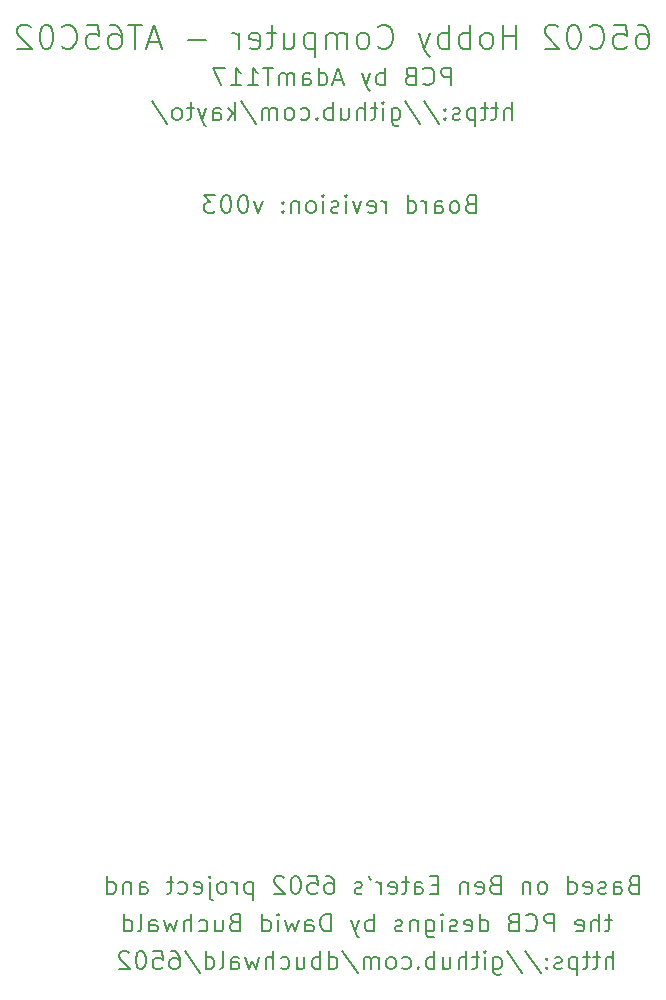
<source format=gbo>
G04 #@! TF.GenerationSoftware,KiCad,Pcbnew,(5.1.9)-1*
G04 #@! TF.CreationDate,2023-05-01T09:00:56+01:00*
G04 #@! TF.ProjectId,AT_65C02_Computer_Rev003,41545f36-3543-4303-925f-436f6d707574,Rev003*
G04 #@! TF.SameCoordinates,Original*
G04 #@! TF.FileFunction,Legend,Bot*
G04 #@! TF.FilePolarity,Positive*
%FSLAX46Y46*%
G04 Gerber Fmt 4.6, Leading zero omitted, Abs format (unit mm)*
G04 Created by KiCad (PCBNEW (5.1.9)-1) date 2023-05-01 09:00:56*
%MOMM*%
%LPD*%
G01*
G04 APERTURE LIST*
%ADD10C,0.200000*%
%ADD11O,1.702000X1.702000*%
%ADD12O,1.802000X1.802000*%
%ADD13C,6.102000*%
%ADD14C,1.702000*%
%ADD15C,2.102000*%
%ADD16C,2.442000*%
%ADD17O,3.602000X3.602000*%
%ADD18O,2.102000X2.007000*%
%ADD19C,1.902000*%
%ADD20O,2.102000X4.102000*%
%ADD21O,3.602000X2.102000*%
%ADD22O,2.007000X2.102000*%
%ADD23O,2.302000X2.302000*%
%ADD24O,1.502000X2.102000*%
%ADD25C,1.302000*%
%ADD26O,1.152000X1.602000*%
G04 APERTURE END LIST*
D10*
X187337857Y-117378571D02*
X187337857Y-115878571D01*
X186695000Y-117378571D02*
X186695000Y-116592857D01*
X186766428Y-116450000D01*
X186909285Y-116378571D01*
X187123571Y-116378571D01*
X187266428Y-116450000D01*
X187337857Y-116521428D01*
X186195000Y-116378571D02*
X185623571Y-116378571D01*
X185980714Y-115878571D02*
X185980714Y-117164285D01*
X185909285Y-117307142D01*
X185766428Y-117378571D01*
X185623571Y-117378571D01*
X185337857Y-116378571D02*
X184766428Y-116378571D01*
X185123571Y-115878571D02*
X185123571Y-117164285D01*
X185052142Y-117307142D01*
X184909285Y-117378571D01*
X184766428Y-117378571D01*
X184266428Y-116378571D02*
X184266428Y-117878571D01*
X184266428Y-116450000D02*
X184123571Y-116378571D01*
X183837857Y-116378571D01*
X183695000Y-116450000D01*
X183623571Y-116521428D01*
X183552142Y-116664285D01*
X183552142Y-117092857D01*
X183623571Y-117235714D01*
X183695000Y-117307142D01*
X183837857Y-117378571D01*
X184123571Y-117378571D01*
X184266428Y-117307142D01*
X182980714Y-117307142D02*
X182837857Y-117378571D01*
X182552142Y-117378571D01*
X182409285Y-117307142D01*
X182337857Y-117164285D01*
X182337857Y-117092857D01*
X182409285Y-116950000D01*
X182552142Y-116878571D01*
X182766428Y-116878571D01*
X182909285Y-116807142D01*
X182980714Y-116664285D01*
X182980714Y-116592857D01*
X182909285Y-116450000D01*
X182766428Y-116378571D01*
X182552142Y-116378571D01*
X182409285Y-116450000D01*
X181695000Y-117235714D02*
X181623571Y-117307142D01*
X181695000Y-117378571D01*
X181766428Y-117307142D01*
X181695000Y-117235714D01*
X181695000Y-117378571D01*
X181695000Y-116450000D02*
X181623571Y-116521428D01*
X181695000Y-116592857D01*
X181766428Y-116521428D01*
X181695000Y-116450000D01*
X181695000Y-116592857D01*
X179909285Y-115807142D02*
X181195000Y-117735714D01*
X178337857Y-115807142D02*
X179623571Y-117735714D01*
X177195000Y-116378571D02*
X177195000Y-117592857D01*
X177266428Y-117735714D01*
X177337857Y-117807142D01*
X177480714Y-117878571D01*
X177695000Y-117878571D01*
X177837857Y-117807142D01*
X177195000Y-117307142D02*
X177337857Y-117378571D01*
X177623571Y-117378571D01*
X177766428Y-117307142D01*
X177837857Y-117235714D01*
X177909285Y-117092857D01*
X177909285Y-116664285D01*
X177837857Y-116521428D01*
X177766428Y-116450000D01*
X177623571Y-116378571D01*
X177337857Y-116378571D01*
X177195000Y-116450000D01*
X176480714Y-117378571D02*
X176480714Y-116378571D01*
X176480714Y-115878571D02*
X176552142Y-115950000D01*
X176480714Y-116021428D01*
X176409285Y-115950000D01*
X176480714Y-115878571D01*
X176480714Y-116021428D01*
X175980714Y-116378571D02*
X175409285Y-116378571D01*
X175766428Y-115878571D02*
X175766428Y-117164285D01*
X175695000Y-117307142D01*
X175552142Y-117378571D01*
X175409285Y-117378571D01*
X174909285Y-117378571D02*
X174909285Y-115878571D01*
X174266428Y-117378571D02*
X174266428Y-116592857D01*
X174337857Y-116450000D01*
X174480714Y-116378571D01*
X174695000Y-116378571D01*
X174837857Y-116450000D01*
X174909285Y-116521428D01*
X172909285Y-116378571D02*
X172909285Y-117378571D01*
X173552142Y-116378571D02*
X173552142Y-117164285D01*
X173480714Y-117307142D01*
X173337857Y-117378571D01*
X173123571Y-117378571D01*
X172980714Y-117307142D01*
X172909285Y-117235714D01*
X172195000Y-117378571D02*
X172195000Y-115878571D01*
X172195000Y-116450000D02*
X172052142Y-116378571D01*
X171766428Y-116378571D01*
X171623571Y-116450000D01*
X171552142Y-116521428D01*
X171480714Y-116664285D01*
X171480714Y-117092857D01*
X171552142Y-117235714D01*
X171623571Y-117307142D01*
X171766428Y-117378571D01*
X172052142Y-117378571D01*
X172195000Y-117307142D01*
X170837857Y-117235714D02*
X170766428Y-117307142D01*
X170837857Y-117378571D01*
X170909285Y-117307142D01*
X170837857Y-117235714D01*
X170837857Y-117378571D01*
X169480714Y-117307142D02*
X169623571Y-117378571D01*
X169909285Y-117378571D01*
X170052142Y-117307142D01*
X170123571Y-117235714D01*
X170195000Y-117092857D01*
X170195000Y-116664285D01*
X170123571Y-116521428D01*
X170052142Y-116450000D01*
X169909285Y-116378571D01*
X169623571Y-116378571D01*
X169480714Y-116450000D01*
X168623571Y-117378571D02*
X168766428Y-117307142D01*
X168837857Y-117235714D01*
X168909285Y-117092857D01*
X168909285Y-116664285D01*
X168837857Y-116521428D01*
X168766428Y-116450000D01*
X168623571Y-116378571D01*
X168409285Y-116378571D01*
X168266428Y-116450000D01*
X168195000Y-116521428D01*
X168123571Y-116664285D01*
X168123571Y-117092857D01*
X168195000Y-117235714D01*
X168266428Y-117307142D01*
X168409285Y-117378571D01*
X168623571Y-117378571D01*
X167480714Y-117378571D02*
X167480714Y-116378571D01*
X167480714Y-116521428D02*
X167409285Y-116450000D01*
X167266428Y-116378571D01*
X167052142Y-116378571D01*
X166909285Y-116450000D01*
X166837857Y-116592857D01*
X166837857Y-117378571D01*
X166837857Y-116592857D02*
X166766428Y-116450000D01*
X166623571Y-116378571D01*
X166409285Y-116378571D01*
X166266428Y-116450000D01*
X166195000Y-116592857D01*
X166195000Y-117378571D01*
X164409285Y-115807142D02*
X165695000Y-117735714D01*
X163909285Y-117378571D02*
X163909285Y-115878571D01*
X163766428Y-116807142D02*
X163337857Y-117378571D01*
X163337857Y-116378571D02*
X163909285Y-116950000D01*
X162052142Y-117378571D02*
X162052142Y-116592857D01*
X162123571Y-116450000D01*
X162266428Y-116378571D01*
X162552142Y-116378571D01*
X162695000Y-116450000D01*
X162052142Y-117307142D02*
X162195000Y-117378571D01*
X162552142Y-117378571D01*
X162695000Y-117307142D01*
X162766428Y-117164285D01*
X162766428Y-117021428D01*
X162695000Y-116878571D01*
X162552142Y-116807142D01*
X162195000Y-116807142D01*
X162052142Y-116735714D01*
X161480714Y-116378571D02*
X161123571Y-117378571D01*
X160766428Y-116378571D02*
X161123571Y-117378571D01*
X161266428Y-117735714D01*
X161337857Y-117807142D01*
X161480714Y-117878571D01*
X160409285Y-116378571D02*
X159837857Y-116378571D01*
X160195000Y-115878571D02*
X160195000Y-117164285D01*
X160123571Y-117307142D01*
X159980714Y-117378571D01*
X159837857Y-117378571D01*
X159123571Y-117378571D02*
X159266428Y-117307142D01*
X159337857Y-117235714D01*
X159409285Y-117092857D01*
X159409285Y-116664285D01*
X159337857Y-116521428D01*
X159266428Y-116450000D01*
X159123571Y-116378571D01*
X158909285Y-116378571D01*
X158766428Y-116450000D01*
X158695000Y-116521428D01*
X158623571Y-116664285D01*
X158623571Y-117092857D01*
X158695000Y-117235714D01*
X158766428Y-117307142D01*
X158909285Y-117378571D01*
X159123571Y-117378571D01*
X156909285Y-115807142D02*
X158195000Y-117735714D01*
X182230714Y-114448571D02*
X182230714Y-112948571D01*
X181659285Y-112948571D01*
X181516428Y-113020000D01*
X181444999Y-113091428D01*
X181373571Y-113234285D01*
X181373571Y-113448571D01*
X181444999Y-113591428D01*
X181516428Y-113662857D01*
X181659285Y-113734285D01*
X182230714Y-113734285D01*
X179873571Y-114305714D02*
X179944999Y-114377142D01*
X180159285Y-114448571D01*
X180302142Y-114448571D01*
X180516428Y-114377142D01*
X180659285Y-114234285D01*
X180730714Y-114091428D01*
X180802142Y-113805714D01*
X180802142Y-113591428D01*
X180730714Y-113305714D01*
X180659285Y-113162857D01*
X180516428Y-113020000D01*
X180302142Y-112948571D01*
X180159285Y-112948571D01*
X179944999Y-113020000D01*
X179873571Y-113091428D01*
X178730714Y-113662857D02*
X178516428Y-113734285D01*
X178444999Y-113805714D01*
X178373571Y-113948571D01*
X178373571Y-114162857D01*
X178444999Y-114305714D01*
X178516428Y-114377142D01*
X178659285Y-114448571D01*
X179230714Y-114448571D01*
X179230714Y-112948571D01*
X178730714Y-112948571D01*
X178587857Y-113020000D01*
X178516428Y-113091428D01*
X178444999Y-113234285D01*
X178444999Y-113377142D01*
X178516428Y-113520000D01*
X178587857Y-113591428D01*
X178730714Y-113662857D01*
X179230714Y-113662857D01*
X176587857Y-114448571D02*
X176587857Y-112948571D01*
X176587857Y-113520000D02*
X176444999Y-113448571D01*
X176159285Y-113448571D01*
X176016428Y-113520000D01*
X175944999Y-113591428D01*
X175873571Y-113734285D01*
X175873571Y-114162857D01*
X175944999Y-114305714D01*
X176016428Y-114377142D01*
X176159285Y-114448571D01*
X176444999Y-114448571D01*
X176587857Y-114377142D01*
X175373571Y-113448571D02*
X175016428Y-114448571D01*
X174659285Y-113448571D02*
X175016428Y-114448571D01*
X175159285Y-114805714D01*
X175230714Y-114877142D01*
X175373571Y-114948571D01*
X173016428Y-114020000D02*
X172302142Y-114020000D01*
X173159285Y-114448571D02*
X172659285Y-112948571D01*
X172159285Y-114448571D01*
X171016428Y-114448571D02*
X171016428Y-112948571D01*
X171016428Y-114377142D02*
X171159285Y-114448571D01*
X171444999Y-114448571D01*
X171587857Y-114377142D01*
X171659285Y-114305714D01*
X171730714Y-114162857D01*
X171730714Y-113734285D01*
X171659285Y-113591428D01*
X171587857Y-113520000D01*
X171444999Y-113448571D01*
X171159285Y-113448571D01*
X171016428Y-113520000D01*
X169659285Y-114448571D02*
X169659285Y-113662857D01*
X169730714Y-113520000D01*
X169873571Y-113448571D01*
X170159285Y-113448571D01*
X170302142Y-113520000D01*
X169659285Y-114377142D02*
X169802142Y-114448571D01*
X170159285Y-114448571D01*
X170302142Y-114377142D01*
X170373571Y-114234285D01*
X170373571Y-114091428D01*
X170302142Y-113948571D01*
X170159285Y-113877142D01*
X169802142Y-113877142D01*
X169659285Y-113805714D01*
X168944999Y-114448571D02*
X168944999Y-113448571D01*
X168944999Y-113591428D02*
X168873571Y-113520000D01*
X168730714Y-113448571D01*
X168516428Y-113448571D01*
X168373571Y-113520000D01*
X168302142Y-113662857D01*
X168302142Y-114448571D01*
X168302142Y-113662857D02*
X168230714Y-113520000D01*
X168087857Y-113448571D01*
X167873571Y-113448571D01*
X167730714Y-113520000D01*
X167659285Y-113662857D01*
X167659285Y-114448571D01*
X167159285Y-112948571D02*
X166302142Y-112948571D01*
X166730714Y-114448571D02*
X166730714Y-112948571D01*
X165016428Y-114448571D02*
X165873571Y-114448571D01*
X165444999Y-114448571D02*
X165444999Y-112948571D01*
X165587857Y-113162857D01*
X165730714Y-113305714D01*
X165873571Y-113377142D01*
X163587857Y-114448571D02*
X164444999Y-114448571D01*
X164016428Y-114448571D02*
X164016428Y-112948571D01*
X164159285Y-113162857D01*
X164302142Y-113305714D01*
X164444999Y-113377142D01*
X163087857Y-112948571D02*
X162087857Y-112948571D01*
X162730714Y-114448571D01*
X198040237Y-109354761D02*
X198421190Y-109354761D01*
X198611666Y-109450000D01*
X198706904Y-109545238D01*
X198897380Y-109830952D01*
X198992618Y-110211904D01*
X198992618Y-110973809D01*
X198897380Y-111164285D01*
X198802142Y-111259523D01*
X198611666Y-111354761D01*
X198230713Y-111354761D01*
X198040237Y-111259523D01*
X197944999Y-111164285D01*
X197849761Y-110973809D01*
X197849761Y-110497619D01*
X197944999Y-110307142D01*
X198040237Y-110211904D01*
X198230713Y-110116666D01*
X198611666Y-110116666D01*
X198802142Y-110211904D01*
X198897380Y-110307142D01*
X198992618Y-110497619D01*
X196040237Y-109354761D02*
X196992618Y-109354761D01*
X197087856Y-110307142D01*
X196992618Y-110211904D01*
X196802142Y-110116666D01*
X196325951Y-110116666D01*
X196135475Y-110211904D01*
X196040237Y-110307142D01*
X195944999Y-110497619D01*
X195944999Y-110973809D01*
X196040237Y-111164285D01*
X196135475Y-111259523D01*
X196325951Y-111354761D01*
X196802142Y-111354761D01*
X196992618Y-111259523D01*
X197087856Y-111164285D01*
X193944999Y-111164285D02*
X194040237Y-111259523D01*
X194325951Y-111354761D01*
X194516428Y-111354761D01*
X194802142Y-111259523D01*
X194992618Y-111069047D01*
X195087856Y-110878571D01*
X195183094Y-110497619D01*
X195183094Y-110211904D01*
X195087856Y-109830952D01*
X194992618Y-109640476D01*
X194802142Y-109450000D01*
X194516428Y-109354761D01*
X194325951Y-109354761D01*
X194040237Y-109450000D01*
X193944999Y-109545238D01*
X192706904Y-109354761D02*
X192516428Y-109354761D01*
X192325951Y-109450000D01*
X192230713Y-109545238D01*
X192135475Y-109735714D01*
X192040237Y-110116666D01*
X192040237Y-110592857D01*
X192135475Y-110973809D01*
X192230713Y-111164285D01*
X192325951Y-111259523D01*
X192516428Y-111354761D01*
X192706904Y-111354761D01*
X192897380Y-111259523D01*
X192992618Y-111164285D01*
X193087856Y-110973809D01*
X193183094Y-110592857D01*
X193183094Y-110116666D01*
X193087856Y-109735714D01*
X192992618Y-109545238D01*
X192897380Y-109450000D01*
X192706904Y-109354761D01*
X191278332Y-109545238D02*
X191183094Y-109450000D01*
X190992618Y-109354761D01*
X190516428Y-109354761D01*
X190325951Y-109450000D01*
X190230713Y-109545238D01*
X190135475Y-109735714D01*
X190135475Y-109926190D01*
X190230713Y-110211904D01*
X191373571Y-111354761D01*
X190135475Y-111354761D01*
X187754523Y-111354761D02*
X187754523Y-109354761D01*
X187754523Y-110307142D02*
X186611666Y-110307142D01*
X186611666Y-111354761D02*
X186611666Y-109354761D01*
X185373571Y-111354761D02*
X185564047Y-111259523D01*
X185659285Y-111164285D01*
X185754523Y-110973809D01*
X185754523Y-110402380D01*
X185659285Y-110211904D01*
X185564047Y-110116666D01*
X185373571Y-110021428D01*
X185087856Y-110021428D01*
X184897380Y-110116666D01*
X184802142Y-110211904D01*
X184706904Y-110402380D01*
X184706904Y-110973809D01*
X184802142Y-111164285D01*
X184897380Y-111259523D01*
X185087856Y-111354761D01*
X185373571Y-111354761D01*
X183849761Y-111354761D02*
X183849761Y-109354761D01*
X183849761Y-110116666D02*
X183659285Y-110021428D01*
X183278332Y-110021428D01*
X183087856Y-110116666D01*
X182992618Y-110211904D01*
X182897380Y-110402380D01*
X182897380Y-110973809D01*
X182992618Y-111164285D01*
X183087856Y-111259523D01*
X183278332Y-111354761D01*
X183659285Y-111354761D01*
X183849761Y-111259523D01*
X182040237Y-111354761D02*
X182040237Y-109354761D01*
X182040237Y-110116666D02*
X181849761Y-110021428D01*
X181468809Y-110021428D01*
X181278332Y-110116666D01*
X181183094Y-110211904D01*
X181087856Y-110402380D01*
X181087856Y-110973809D01*
X181183094Y-111164285D01*
X181278332Y-111259523D01*
X181468809Y-111354761D01*
X181849761Y-111354761D01*
X182040237Y-111259523D01*
X180421190Y-110021428D02*
X179944999Y-111354761D01*
X179468809Y-110021428D02*
X179944999Y-111354761D01*
X180135475Y-111830952D01*
X180230713Y-111926190D01*
X180421190Y-112021428D01*
X176040237Y-111164285D02*
X176135475Y-111259523D01*
X176421190Y-111354761D01*
X176611666Y-111354761D01*
X176897380Y-111259523D01*
X177087856Y-111069047D01*
X177183094Y-110878571D01*
X177278332Y-110497619D01*
X177278332Y-110211904D01*
X177183094Y-109830952D01*
X177087856Y-109640476D01*
X176897380Y-109450000D01*
X176611666Y-109354761D01*
X176421190Y-109354761D01*
X176135475Y-109450000D01*
X176040237Y-109545238D01*
X174897380Y-111354761D02*
X175087856Y-111259523D01*
X175183094Y-111164285D01*
X175278332Y-110973809D01*
X175278332Y-110402380D01*
X175183094Y-110211904D01*
X175087856Y-110116666D01*
X174897380Y-110021428D01*
X174611666Y-110021428D01*
X174421190Y-110116666D01*
X174325951Y-110211904D01*
X174230713Y-110402380D01*
X174230713Y-110973809D01*
X174325951Y-111164285D01*
X174421190Y-111259523D01*
X174611666Y-111354761D01*
X174897380Y-111354761D01*
X173373571Y-111354761D02*
X173373571Y-110021428D01*
X173373571Y-110211904D02*
X173278332Y-110116666D01*
X173087856Y-110021428D01*
X172802142Y-110021428D01*
X172611666Y-110116666D01*
X172516428Y-110307142D01*
X172516428Y-111354761D01*
X172516428Y-110307142D02*
X172421190Y-110116666D01*
X172230713Y-110021428D01*
X171944999Y-110021428D01*
X171754523Y-110116666D01*
X171659285Y-110307142D01*
X171659285Y-111354761D01*
X170706904Y-110021428D02*
X170706904Y-112021428D01*
X170706904Y-110116666D02*
X170516428Y-110021428D01*
X170135475Y-110021428D01*
X169944999Y-110116666D01*
X169849761Y-110211904D01*
X169754523Y-110402380D01*
X169754523Y-110973809D01*
X169849761Y-111164285D01*
X169944999Y-111259523D01*
X170135475Y-111354761D01*
X170516428Y-111354761D01*
X170706904Y-111259523D01*
X168040237Y-110021428D02*
X168040237Y-111354761D01*
X168897380Y-110021428D02*
X168897380Y-111069047D01*
X168802142Y-111259523D01*
X168611666Y-111354761D01*
X168325951Y-111354761D01*
X168135475Y-111259523D01*
X168040237Y-111164285D01*
X167373571Y-110021428D02*
X166611666Y-110021428D01*
X167087856Y-109354761D02*
X167087856Y-111069047D01*
X166992618Y-111259523D01*
X166802142Y-111354761D01*
X166611666Y-111354761D01*
X165183094Y-111259523D02*
X165373571Y-111354761D01*
X165754523Y-111354761D01*
X165944999Y-111259523D01*
X166040237Y-111069047D01*
X166040237Y-110307142D01*
X165944999Y-110116666D01*
X165754523Y-110021428D01*
X165373571Y-110021428D01*
X165183094Y-110116666D01*
X165087856Y-110307142D01*
X165087856Y-110497619D01*
X166040237Y-110688095D01*
X164230713Y-111354761D02*
X164230713Y-110021428D01*
X164230713Y-110402380D02*
X164135475Y-110211904D01*
X164040237Y-110116666D01*
X163849761Y-110021428D01*
X163659285Y-110021428D01*
X161468809Y-110592857D02*
X159944999Y-110592857D01*
X157564047Y-110783333D02*
X156611666Y-110783333D01*
X157754523Y-111354761D02*
X157087856Y-109354761D01*
X156421190Y-111354761D01*
X156040237Y-109354761D02*
X154897380Y-109354761D01*
X155468809Y-111354761D02*
X155468809Y-109354761D01*
X153373571Y-109354761D02*
X153754523Y-109354761D01*
X153944999Y-109450000D01*
X154040237Y-109545238D01*
X154230713Y-109830952D01*
X154325951Y-110211904D01*
X154325951Y-110973809D01*
X154230713Y-111164285D01*
X154135475Y-111259523D01*
X153944999Y-111354761D01*
X153564047Y-111354761D01*
X153373571Y-111259523D01*
X153278332Y-111164285D01*
X153183094Y-110973809D01*
X153183094Y-110497619D01*
X153278332Y-110307142D01*
X153373571Y-110211904D01*
X153564047Y-110116666D01*
X153944999Y-110116666D01*
X154135475Y-110211904D01*
X154230713Y-110307142D01*
X154325951Y-110497619D01*
X151373571Y-109354761D02*
X152325951Y-109354761D01*
X152421190Y-110307142D01*
X152325951Y-110211904D01*
X152135475Y-110116666D01*
X151659285Y-110116666D01*
X151468809Y-110211904D01*
X151373571Y-110307142D01*
X151278332Y-110497619D01*
X151278332Y-110973809D01*
X151373571Y-111164285D01*
X151468809Y-111259523D01*
X151659285Y-111354761D01*
X152135475Y-111354761D01*
X152325951Y-111259523D01*
X152421190Y-111164285D01*
X149278332Y-111164285D02*
X149373571Y-111259523D01*
X149659285Y-111354761D01*
X149849761Y-111354761D01*
X150135475Y-111259523D01*
X150325951Y-111069047D01*
X150421190Y-110878571D01*
X150516428Y-110497619D01*
X150516428Y-110211904D01*
X150421190Y-109830952D01*
X150325951Y-109640476D01*
X150135475Y-109450000D01*
X149849761Y-109354761D01*
X149659285Y-109354761D01*
X149373571Y-109450000D01*
X149278332Y-109545238D01*
X148040237Y-109354761D02*
X147849761Y-109354761D01*
X147659285Y-109450000D01*
X147564047Y-109545238D01*
X147468809Y-109735714D01*
X147373571Y-110116666D01*
X147373571Y-110592857D01*
X147468809Y-110973809D01*
X147564047Y-111164285D01*
X147659285Y-111259523D01*
X147849761Y-111354761D01*
X148040237Y-111354761D01*
X148230713Y-111259523D01*
X148325951Y-111164285D01*
X148421190Y-110973809D01*
X148516428Y-110592857D01*
X148516428Y-110116666D01*
X148421190Y-109735714D01*
X148325951Y-109545238D01*
X148230713Y-109450000D01*
X148040237Y-109354761D01*
X146611666Y-109545238D02*
X146516428Y-109450000D01*
X146325951Y-109354761D01*
X145849761Y-109354761D01*
X145659285Y-109450000D01*
X145564047Y-109545238D01*
X145468809Y-109735714D01*
X145468809Y-109926190D01*
X145564047Y-110211904D01*
X146706904Y-111354761D01*
X145468809Y-111354761D01*
X183826429Y-124482857D02*
X183612143Y-124554285D01*
X183540714Y-124625714D01*
X183469286Y-124768571D01*
X183469286Y-124982857D01*
X183540714Y-125125714D01*
X183612143Y-125197142D01*
X183755000Y-125268571D01*
X184326429Y-125268571D01*
X184326429Y-123768571D01*
X183826429Y-123768571D01*
X183683572Y-123840000D01*
X183612143Y-123911428D01*
X183540714Y-124054285D01*
X183540714Y-124197142D01*
X183612143Y-124340000D01*
X183683572Y-124411428D01*
X183826429Y-124482857D01*
X184326429Y-124482857D01*
X182612143Y-125268571D02*
X182755000Y-125197142D01*
X182826429Y-125125714D01*
X182897857Y-124982857D01*
X182897857Y-124554285D01*
X182826429Y-124411428D01*
X182755000Y-124340000D01*
X182612143Y-124268571D01*
X182397857Y-124268571D01*
X182255000Y-124340000D01*
X182183572Y-124411428D01*
X182112143Y-124554285D01*
X182112143Y-124982857D01*
X182183572Y-125125714D01*
X182255000Y-125197142D01*
X182397857Y-125268571D01*
X182612143Y-125268571D01*
X180826429Y-125268571D02*
X180826429Y-124482857D01*
X180897857Y-124340000D01*
X181040714Y-124268571D01*
X181326429Y-124268571D01*
X181469286Y-124340000D01*
X180826429Y-125197142D02*
X180969286Y-125268571D01*
X181326429Y-125268571D01*
X181469286Y-125197142D01*
X181540714Y-125054285D01*
X181540714Y-124911428D01*
X181469286Y-124768571D01*
X181326429Y-124697142D01*
X180969286Y-124697142D01*
X180826429Y-124625714D01*
X180112143Y-125268571D02*
X180112143Y-124268571D01*
X180112143Y-124554285D02*
X180040714Y-124411428D01*
X179969286Y-124340000D01*
X179826429Y-124268571D01*
X179683572Y-124268571D01*
X178540714Y-125268571D02*
X178540714Y-123768571D01*
X178540714Y-125197142D02*
X178683572Y-125268571D01*
X178969286Y-125268571D01*
X179112143Y-125197142D01*
X179183572Y-125125714D01*
X179255000Y-124982857D01*
X179255000Y-124554285D01*
X179183572Y-124411428D01*
X179112143Y-124340000D01*
X178969286Y-124268571D01*
X178683572Y-124268571D01*
X178540714Y-124340000D01*
X176683572Y-125268571D02*
X176683572Y-124268571D01*
X176683572Y-124554285D02*
X176612143Y-124411428D01*
X176540714Y-124340000D01*
X176397857Y-124268571D01*
X176255000Y-124268571D01*
X175183572Y-125197142D02*
X175326429Y-125268571D01*
X175612143Y-125268571D01*
X175755000Y-125197142D01*
X175826429Y-125054285D01*
X175826429Y-124482857D01*
X175755000Y-124340000D01*
X175612143Y-124268571D01*
X175326429Y-124268571D01*
X175183572Y-124340000D01*
X175112143Y-124482857D01*
X175112143Y-124625714D01*
X175826429Y-124768571D01*
X174612143Y-124268571D02*
X174255000Y-125268571D01*
X173897857Y-124268571D01*
X173326429Y-125268571D02*
X173326429Y-124268571D01*
X173326429Y-123768571D02*
X173397857Y-123840000D01*
X173326429Y-123911428D01*
X173255000Y-123840000D01*
X173326429Y-123768571D01*
X173326429Y-123911428D01*
X172683572Y-125197142D02*
X172540714Y-125268571D01*
X172255000Y-125268571D01*
X172112143Y-125197142D01*
X172040714Y-125054285D01*
X172040714Y-124982857D01*
X172112143Y-124840000D01*
X172255000Y-124768571D01*
X172469286Y-124768571D01*
X172612143Y-124697142D01*
X172683572Y-124554285D01*
X172683572Y-124482857D01*
X172612143Y-124340000D01*
X172469286Y-124268571D01*
X172255000Y-124268571D01*
X172112143Y-124340000D01*
X171397857Y-125268571D02*
X171397857Y-124268571D01*
X171397857Y-123768571D02*
X171469286Y-123840000D01*
X171397857Y-123911428D01*
X171326429Y-123840000D01*
X171397857Y-123768571D01*
X171397857Y-123911428D01*
X170469286Y-125268571D02*
X170612143Y-125197142D01*
X170683572Y-125125714D01*
X170755000Y-124982857D01*
X170755000Y-124554285D01*
X170683572Y-124411428D01*
X170612143Y-124340000D01*
X170469286Y-124268571D01*
X170255000Y-124268571D01*
X170112143Y-124340000D01*
X170040714Y-124411428D01*
X169969286Y-124554285D01*
X169969286Y-124982857D01*
X170040714Y-125125714D01*
X170112143Y-125197142D01*
X170255000Y-125268571D01*
X170469286Y-125268571D01*
X169326429Y-124268571D02*
X169326429Y-125268571D01*
X169326429Y-124411428D02*
X169255000Y-124340000D01*
X169112143Y-124268571D01*
X168897857Y-124268571D01*
X168755000Y-124340000D01*
X168683572Y-124482857D01*
X168683572Y-125268571D01*
X167969286Y-125125714D02*
X167897857Y-125197142D01*
X167969286Y-125268571D01*
X168040714Y-125197142D01*
X167969286Y-125125714D01*
X167969286Y-125268571D01*
X167969286Y-124340000D02*
X167897857Y-124411428D01*
X167969286Y-124482857D01*
X168040714Y-124411428D01*
X167969286Y-124340000D01*
X167969286Y-124482857D01*
X166255000Y-124268571D02*
X165897857Y-125268571D01*
X165540714Y-124268571D01*
X164683572Y-123768571D02*
X164540714Y-123768571D01*
X164397857Y-123840000D01*
X164326429Y-123911428D01*
X164255000Y-124054285D01*
X164183572Y-124340000D01*
X164183572Y-124697142D01*
X164255000Y-124982857D01*
X164326429Y-125125714D01*
X164397857Y-125197142D01*
X164540714Y-125268571D01*
X164683572Y-125268571D01*
X164826429Y-125197142D01*
X164897857Y-125125714D01*
X164969286Y-124982857D01*
X165040714Y-124697142D01*
X165040714Y-124340000D01*
X164969286Y-124054285D01*
X164897857Y-123911428D01*
X164826429Y-123840000D01*
X164683572Y-123768571D01*
X163255000Y-123768571D02*
X163112143Y-123768571D01*
X162969286Y-123840000D01*
X162897857Y-123911428D01*
X162826429Y-124054285D01*
X162755000Y-124340000D01*
X162755000Y-124697142D01*
X162826429Y-124982857D01*
X162897857Y-125125714D01*
X162969286Y-125197142D01*
X163112143Y-125268571D01*
X163255000Y-125268571D01*
X163397857Y-125197142D01*
X163469286Y-125125714D01*
X163540714Y-124982857D01*
X163612143Y-124697142D01*
X163612143Y-124340000D01*
X163540714Y-124054285D01*
X163469286Y-123911428D01*
X163397857Y-123840000D01*
X163255000Y-123768571D01*
X162255000Y-123768571D02*
X161326429Y-123768571D01*
X161826429Y-124340000D01*
X161612143Y-124340000D01*
X161469286Y-124411428D01*
X161397857Y-124482857D01*
X161326429Y-124625714D01*
X161326429Y-124982857D01*
X161397857Y-125125714D01*
X161469286Y-125197142D01*
X161612143Y-125268571D01*
X162040714Y-125268571D01*
X162183572Y-125197142D01*
X162255000Y-125125714D01*
X195945000Y-189278571D02*
X195945000Y-187778571D01*
X195302143Y-189278571D02*
X195302143Y-188492857D01*
X195373571Y-188350000D01*
X195516428Y-188278571D01*
X195730714Y-188278571D01*
X195873571Y-188350000D01*
X195945000Y-188421428D01*
X194802143Y-188278571D02*
X194230714Y-188278571D01*
X194587857Y-187778571D02*
X194587857Y-189064285D01*
X194516428Y-189207142D01*
X194373571Y-189278571D01*
X194230714Y-189278571D01*
X193945000Y-188278571D02*
X193373571Y-188278571D01*
X193730714Y-187778571D02*
X193730714Y-189064285D01*
X193659285Y-189207142D01*
X193516428Y-189278571D01*
X193373571Y-189278571D01*
X192873571Y-188278571D02*
X192873571Y-189778571D01*
X192873571Y-188350000D02*
X192730714Y-188278571D01*
X192445000Y-188278571D01*
X192302143Y-188350000D01*
X192230714Y-188421428D01*
X192159285Y-188564285D01*
X192159285Y-188992857D01*
X192230714Y-189135714D01*
X192302143Y-189207142D01*
X192445000Y-189278571D01*
X192730714Y-189278571D01*
X192873571Y-189207142D01*
X191587857Y-189207142D02*
X191445000Y-189278571D01*
X191159285Y-189278571D01*
X191016428Y-189207142D01*
X190945000Y-189064285D01*
X190945000Y-188992857D01*
X191016428Y-188850000D01*
X191159285Y-188778571D01*
X191373571Y-188778571D01*
X191516428Y-188707142D01*
X191587857Y-188564285D01*
X191587857Y-188492857D01*
X191516428Y-188350000D01*
X191373571Y-188278571D01*
X191159285Y-188278571D01*
X191016428Y-188350000D01*
X190302143Y-189135714D02*
X190230714Y-189207142D01*
X190302143Y-189278571D01*
X190373571Y-189207142D01*
X190302143Y-189135714D01*
X190302143Y-189278571D01*
X190302143Y-188350000D02*
X190230714Y-188421428D01*
X190302143Y-188492857D01*
X190373571Y-188421428D01*
X190302143Y-188350000D01*
X190302143Y-188492857D01*
X188516428Y-187707142D02*
X189802143Y-189635714D01*
X186945000Y-187707142D02*
X188230714Y-189635714D01*
X185802143Y-188278571D02*
X185802143Y-189492857D01*
X185873571Y-189635714D01*
X185945000Y-189707142D01*
X186087857Y-189778571D01*
X186302143Y-189778571D01*
X186445000Y-189707142D01*
X185802143Y-189207142D02*
X185945000Y-189278571D01*
X186230714Y-189278571D01*
X186373571Y-189207142D01*
X186445000Y-189135714D01*
X186516428Y-188992857D01*
X186516428Y-188564285D01*
X186445000Y-188421428D01*
X186373571Y-188350000D01*
X186230714Y-188278571D01*
X185945000Y-188278571D01*
X185802143Y-188350000D01*
X185087857Y-189278571D02*
X185087857Y-188278571D01*
X185087857Y-187778571D02*
X185159285Y-187850000D01*
X185087857Y-187921428D01*
X185016428Y-187850000D01*
X185087857Y-187778571D01*
X185087857Y-187921428D01*
X184587857Y-188278571D02*
X184016428Y-188278571D01*
X184373571Y-187778571D02*
X184373571Y-189064285D01*
X184302143Y-189207142D01*
X184159285Y-189278571D01*
X184016428Y-189278571D01*
X183516428Y-189278571D02*
X183516428Y-187778571D01*
X182873571Y-189278571D02*
X182873571Y-188492857D01*
X182945000Y-188350000D01*
X183087857Y-188278571D01*
X183302143Y-188278571D01*
X183445000Y-188350000D01*
X183516428Y-188421428D01*
X181516428Y-188278571D02*
X181516428Y-189278571D01*
X182159285Y-188278571D02*
X182159285Y-189064285D01*
X182087857Y-189207142D01*
X181945000Y-189278571D01*
X181730714Y-189278571D01*
X181587857Y-189207142D01*
X181516428Y-189135714D01*
X180802143Y-189278571D02*
X180802143Y-187778571D01*
X180802143Y-188350000D02*
X180659285Y-188278571D01*
X180373571Y-188278571D01*
X180230714Y-188350000D01*
X180159285Y-188421428D01*
X180087857Y-188564285D01*
X180087857Y-188992857D01*
X180159285Y-189135714D01*
X180230714Y-189207142D01*
X180373571Y-189278571D01*
X180659285Y-189278571D01*
X180802143Y-189207142D01*
X179445000Y-189135714D02*
X179373571Y-189207142D01*
X179445000Y-189278571D01*
X179516428Y-189207142D01*
X179445000Y-189135714D01*
X179445000Y-189278571D01*
X178087857Y-189207142D02*
X178230714Y-189278571D01*
X178516428Y-189278571D01*
X178659285Y-189207142D01*
X178730714Y-189135714D01*
X178802143Y-188992857D01*
X178802143Y-188564285D01*
X178730714Y-188421428D01*
X178659285Y-188350000D01*
X178516428Y-188278571D01*
X178230714Y-188278571D01*
X178087857Y-188350000D01*
X177230714Y-189278571D02*
X177373571Y-189207142D01*
X177445000Y-189135714D01*
X177516428Y-188992857D01*
X177516428Y-188564285D01*
X177445000Y-188421428D01*
X177373571Y-188350000D01*
X177230714Y-188278571D01*
X177016428Y-188278571D01*
X176873571Y-188350000D01*
X176802143Y-188421428D01*
X176730714Y-188564285D01*
X176730714Y-188992857D01*
X176802143Y-189135714D01*
X176873571Y-189207142D01*
X177016428Y-189278571D01*
X177230714Y-189278571D01*
X176087857Y-189278571D02*
X176087857Y-188278571D01*
X176087857Y-188421428D02*
X176016428Y-188350000D01*
X175873571Y-188278571D01*
X175659285Y-188278571D01*
X175516428Y-188350000D01*
X175445000Y-188492857D01*
X175445000Y-189278571D01*
X175445000Y-188492857D02*
X175373571Y-188350000D01*
X175230714Y-188278571D01*
X175016428Y-188278571D01*
X174873571Y-188350000D01*
X174802143Y-188492857D01*
X174802143Y-189278571D01*
X173016428Y-187707142D02*
X174302143Y-189635714D01*
X171873571Y-189278571D02*
X171873571Y-187778571D01*
X171873571Y-189207142D02*
X172016428Y-189278571D01*
X172302143Y-189278571D01*
X172445000Y-189207142D01*
X172516428Y-189135714D01*
X172587857Y-188992857D01*
X172587857Y-188564285D01*
X172516428Y-188421428D01*
X172445000Y-188350000D01*
X172302143Y-188278571D01*
X172016428Y-188278571D01*
X171873571Y-188350000D01*
X171159285Y-189278571D02*
X171159285Y-187778571D01*
X171159285Y-188350000D02*
X171016428Y-188278571D01*
X170730714Y-188278571D01*
X170587857Y-188350000D01*
X170516428Y-188421428D01*
X170445000Y-188564285D01*
X170445000Y-188992857D01*
X170516428Y-189135714D01*
X170587857Y-189207142D01*
X170730714Y-189278571D01*
X171016428Y-189278571D01*
X171159285Y-189207142D01*
X169159285Y-188278571D02*
X169159285Y-189278571D01*
X169802143Y-188278571D02*
X169802143Y-189064285D01*
X169730714Y-189207142D01*
X169587857Y-189278571D01*
X169373571Y-189278571D01*
X169230714Y-189207142D01*
X169159285Y-189135714D01*
X167802143Y-189207142D02*
X167945000Y-189278571D01*
X168230714Y-189278571D01*
X168373571Y-189207142D01*
X168445000Y-189135714D01*
X168516428Y-188992857D01*
X168516428Y-188564285D01*
X168445000Y-188421428D01*
X168373571Y-188350000D01*
X168230714Y-188278571D01*
X167945000Y-188278571D01*
X167802143Y-188350000D01*
X167159285Y-189278571D02*
X167159285Y-187778571D01*
X166516428Y-189278571D02*
X166516428Y-188492857D01*
X166587857Y-188350000D01*
X166730714Y-188278571D01*
X166945000Y-188278571D01*
X167087857Y-188350000D01*
X167159285Y-188421428D01*
X165945000Y-188278571D02*
X165659285Y-189278571D01*
X165373571Y-188564285D01*
X165087857Y-189278571D01*
X164802143Y-188278571D01*
X163587857Y-189278571D02*
X163587857Y-188492857D01*
X163659285Y-188350000D01*
X163802143Y-188278571D01*
X164087857Y-188278571D01*
X164230714Y-188350000D01*
X163587857Y-189207142D02*
X163730714Y-189278571D01*
X164087857Y-189278571D01*
X164230714Y-189207142D01*
X164302143Y-189064285D01*
X164302143Y-188921428D01*
X164230714Y-188778571D01*
X164087857Y-188707142D01*
X163730714Y-188707142D01*
X163587857Y-188635714D01*
X162659285Y-189278571D02*
X162802143Y-189207142D01*
X162873571Y-189064285D01*
X162873571Y-187778571D01*
X161445000Y-189278571D02*
X161445000Y-187778571D01*
X161445000Y-189207142D02*
X161587857Y-189278571D01*
X161873571Y-189278571D01*
X162016428Y-189207142D01*
X162087857Y-189135714D01*
X162159285Y-188992857D01*
X162159285Y-188564285D01*
X162087857Y-188421428D01*
X162016428Y-188350000D01*
X161873571Y-188278571D01*
X161587857Y-188278571D01*
X161445000Y-188350000D01*
X159659285Y-187707142D02*
X160945000Y-189635714D01*
X158516428Y-187778571D02*
X158802143Y-187778571D01*
X158945000Y-187850000D01*
X159016428Y-187921428D01*
X159159285Y-188135714D01*
X159230714Y-188421428D01*
X159230714Y-188992857D01*
X159159285Y-189135714D01*
X159087857Y-189207142D01*
X158945000Y-189278571D01*
X158659285Y-189278571D01*
X158516428Y-189207142D01*
X158445000Y-189135714D01*
X158373571Y-188992857D01*
X158373571Y-188635714D01*
X158445000Y-188492857D01*
X158516428Y-188421428D01*
X158659285Y-188350000D01*
X158945000Y-188350000D01*
X159087857Y-188421428D01*
X159159285Y-188492857D01*
X159230714Y-188635714D01*
X157016428Y-187778571D02*
X157730714Y-187778571D01*
X157802143Y-188492857D01*
X157730714Y-188421428D01*
X157587857Y-188350000D01*
X157230714Y-188350000D01*
X157087857Y-188421428D01*
X157016428Y-188492857D01*
X156945000Y-188635714D01*
X156945000Y-188992857D01*
X157016428Y-189135714D01*
X157087857Y-189207142D01*
X157230714Y-189278571D01*
X157587857Y-189278571D01*
X157730714Y-189207142D01*
X157802143Y-189135714D01*
X156016428Y-187778571D02*
X155873571Y-187778571D01*
X155730714Y-187850000D01*
X155659285Y-187921428D01*
X155587857Y-188064285D01*
X155516428Y-188350000D01*
X155516428Y-188707142D01*
X155587857Y-188992857D01*
X155659285Y-189135714D01*
X155730714Y-189207142D01*
X155873571Y-189278571D01*
X156016428Y-189278571D01*
X156159285Y-189207142D01*
X156230714Y-189135714D01*
X156302143Y-188992857D01*
X156373571Y-188707142D01*
X156373571Y-188350000D01*
X156302143Y-188064285D01*
X156230714Y-187921428D01*
X156159285Y-187850000D01*
X156016428Y-187778571D01*
X154945000Y-187921428D02*
X154873571Y-187850000D01*
X154730714Y-187778571D01*
X154373571Y-187778571D01*
X154230714Y-187850000D01*
X154159285Y-187921428D01*
X154087857Y-188064285D01*
X154087857Y-188207142D01*
X154159285Y-188421428D01*
X155016428Y-189278571D01*
X154087857Y-189278571D01*
X197623572Y-182122857D02*
X197409286Y-182194285D01*
X197337857Y-182265714D01*
X197266429Y-182408571D01*
X197266429Y-182622857D01*
X197337857Y-182765714D01*
X197409286Y-182837142D01*
X197552143Y-182908571D01*
X198123572Y-182908571D01*
X198123572Y-181408571D01*
X197623572Y-181408571D01*
X197480715Y-181480000D01*
X197409286Y-181551428D01*
X197337857Y-181694285D01*
X197337857Y-181837142D01*
X197409286Y-181980000D01*
X197480715Y-182051428D01*
X197623572Y-182122857D01*
X198123572Y-182122857D01*
X195980715Y-182908571D02*
X195980715Y-182122857D01*
X196052143Y-181980000D01*
X196195000Y-181908571D01*
X196480715Y-181908571D01*
X196623572Y-181980000D01*
X195980715Y-182837142D02*
X196123572Y-182908571D01*
X196480715Y-182908571D01*
X196623572Y-182837142D01*
X196695000Y-182694285D01*
X196695000Y-182551428D01*
X196623572Y-182408571D01*
X196480715Y-182337142D01*
X196123572Y-182337142D01*
X195980715Y-182265714D01*
X195337857Y-182837142D02*
X195195000Y-182908571D01*
X194909286Y-182908571D01*
X194766429Y-182837142D01*
X194695000Y-182694285D01*
X194695000Y-182622857D01*
X194766429Y-182480000D01*
X194909286Y-182408571D01*
X195123572Y-182408571D01*
X195266429Y-182337142D01*
X195337857Y-182194285D01*
X195337857Y-182122857D01*
X195266429Y-181980000D01*
X195123572Y-181908571D01*
X194909286Y-181908571D01*
X194766429Y-181980000D01*
X193480715Y-182837142D02*
X193623572Y-182908571D01*
X193909286Y-182908571D01*
X194052143Y-182837142D01*
X194123572Y-182694285D01*
X194123572Y-182122857D01*
X194052143Y-181980000D01*
X193909286Y-181908571D01*
X193623572Y-181908571D01*
X193480715Y-181980000D01*
X193409286Y-182122857D01*
X193409286Y-182265714D01*
X194123572Y-182408571D01*
X192123572Y-182908571D02*
X192123572Y-181408571D01*
X192123572Y-182837142D02*
X192266429Y-182908571D01*
X192552143Y-182908571D01*
X192695000Y-182837142D01*
X192766429Y-182765714D01*
X192837857Y-182622857D01*
X192837857Y-182194285D01*
X192766429Y-182051428D01*
X192695000Y-181980000D01*
X192552143Y-181908571D01*
X192266429Y-181908571D01*
X192123572Y-181980000D01*
X190052143Y-182908571D02*
X190195000Y-182837142D01*
X190266429Y-182765714D01*
X190337857Y-182622857D01*
X190337857Y-182194285D01*
X190266429Y-182051428D01*
X190195000Y-181980000D01*
X190052143Y-181908571D01*
X189837857Y-181908571D01*
X189695000Y-181980000D01*
X189623572Y-182051428D01*
X189552143Y-182194285D01*
X189552143Y-182622857D01*
X189623572Y-182765714D01*
X189695000Y-182837142D01*
X189837857Y-182908571D01*
X190052143Y-182908571D01*
X188909286Y-181908571D02*
X188909286Y-182908571D01*
X188909286Y-182051428D02*
X188837857Y-181980000D01*
X188695000Y-181908571D01*
X188480715Y-181908571D01*
X188337857Y-181980000D01*
X188266429Y-182122857D01*
X188266429Y-182908571D01*
X185909286Y-182122857D02*
X185695000Y-182194285D01*
X185623572Y-182265714D01*
X185552143Y-182408571D01*
X185552143Y-182622857D01*
X185623572Y-182765714D01*
X185695000Y-182837142D01*
X185837857Y-182908571D01*
X186409286Y-182908571D01*
X186409286Y-181408571D01*
X185909286Y-181408571D01*
X185766429Y-181480000D01*
X185695000Y-181551428D01*
X185623572Y-181694285D01*
X185623572Y-181837142D01*
X185695000Y-181980000D01*
X185766429Y-182051428D01*
X185909286Y-182122857D01*
X186409286Y-182122857D01*
X184337857Y-182837142D02*
X184480715Y-182908571D01*
X184766429Y-182908571D01*
X184909286Y-182837142D01*
X184980715Y-182694285D01*
X184980715Y-182122857D01*
X184909286Y-181980000D01*
X184766429Y-181908571D01*
X184480715Y-181908571D01*
X184337857Y-181980000D01*
X184266429Y-182122857D01*
X184266429Y-182265714D01*
X184980715Y-182408571D01*
X183623572Y-181908571D02*
X183623572Y-182908571D01*
X183623572Y-182051428D02*
X183552143Y-181980000D01*
X183409286Y-181908571D01*
X183195000Y-181908571D01*
X183052143Y-181980000D01*
X182980715Y-182122857D01*
X182980715Y-182908571D01*
X181123572Y-182122857D02*
X180623572Y-182122857D01*
X180409286Y-182908571D02*
X181123572Y-182908571D01*
X181123572Y-181408571D01*
X180409286Y-181408571D01*
X179123572Y-182908571D02*
X179123572Y-182122857D01*
X179195000Y-181980000D01*
X179337857Y-181908571D01*
X179623572Y-181908571D01*
X179766429Y-181980000D01*
X179123572Y-182837142D02*
X179266429Y-182908571D01*
X179623572Y-182908571D01*
X179766429Y-182837142D01*
X179837857Y-182694285D01*
X179837857Y-182551428D01*
X179766429Y-182408571D01*
X179623572Y-182337142D01*
X179266429Y-182337142D01*
X179123572Y-182265714D01*
X178623572Y-181908571D02*
X178052143Y-181908571D01*
X178409286Y-181408571D02*
X178409286Y-182694285D01*
X178337857Y-182837142D01*
X178195000Y-182908571D01*
X178052143Y-182908571D01*
X176980715Y-182837142D02*
X177123572Y-182908571D01*
X177409286Y-182908571D01*
X177552143Y-182837142D01*
X177623572Y-182694285D01*
X177623572Y-182122857D01*
X177552143Y-181980000D01*
X177409286Y-181908571D01*
X177123572Y-181908571D01*
X176980715Y-181980000D01*
X176909286Y-182122857D01*
X176909286Y-182265714D01*
X177623572Y-182408571D01*
X176266429Y-182908571D02*
X176266429Y-181908571D01*
X176266429Y-182194285D02*
X176195000Y-182051428D01*
X176123572Y-181980000D01*
X175980715Y-181908571D01*
X175837857Y-181908571D01*
X175266429Y-181408571D02*
X175266429Y-181480000D01*
X175337857Y-181622857D01*
X175409286Y-181694285D01*
X174695000Y-182837142D02*
X174552143Y-182908571D01*
X174266429Y-182908571D01*
X174123572Y-182837142D01*
X174052143Y-182694285D01*
X174052143Y-182622857D01*
X174123572Y-182480000D01*
X174266429Y-182408571D01*
X174480715Y-182408571D01*
X174623572Y-182337142D01*
X174695000Y-182194285D01*
X174695000Y-182122857D01*
X174623572Y-181980000D01*
X174480715Y-181908571D01*
X174266429Y-181908571D01*
X174123572Y-181980000D01*
X171623572Y-181408571D02*
X171909286Y-181408571D01*
X172052143Y-181480000D01*
X172123572Y-181551428D01*
X172266429Y-181765714D01*
X172337857Y-182051428D01*
X172337857Y-182622857D01*
X172266429Y-182765714D01*
X172195000Y-182837142D01*
X172052143Y-182908571D01*
X171766429Y-182908571D01*
X171623572Y-182837142D01*
X171552143Y-182765714D01*
X171480715Y-182622857D01*
X171480715Y-182265714D01*
X171552143Y-182122857D01*
X171623572Y-182051428D01*
X171766429Y-181980000D01*
X172052143Y-181980000D01*
X172195000Y-182051428D01*
X172266429Y-182122857D01*
X172337857Y-182265714D01*
X170123572Y-181408571D02*
X170837857Y-181408571D01*
X170909286Y-182122857D01*
X170837857Y-182051428D01*
X170695000Y-181980000D01*
X170337857Y-181980000D01*
X170195000Y-182051428D01*
X170123572Y-182122857D01*
X170052143Y-182265714D01*
X170052143Y-182622857D01*
X170123572Y-182765714D01*
X170195000Y-182837142D01*
X170337857Y-182908571D01*
X170695000Y-182908571D01*
X170837857Y-182837142D01*
X170909286Y-182765714D01*
X169123572Y-181408571D02*
X168980715Y-181408571D01*
X168837857Y-181480000D01*
X168766429Y-181551428D01*
X168695000Y-181694285D01*
X168623572Y-181980000D01*
X168623572Y-182337142D01*
X168695000Y-182622857D01*
X168766429Y-182765714D01*
X168837857Y-182837142D01*
X168980715Y-182908571D01*
X169123572Y-182908571D01*
X169266429Y-182837142D01*
X169337857Y-182765714D01*
X169409286Y-182622857D01*
X169480715Y-182337142D01*
X169480715Y-181980000D01*
X169409286Y-181694285D01*
X169337857Y-181551428D01*
X169266429Y-181480000D01*
X169123572Y-181408571D01*
X168052143Y-181551428D02*
X167980715Y-181480000D01*
X167837857Y-181408571D01*
X167480715Y-181408571D01*
X167337857Y-181480000D01*
X167266429Y-181551428D01*
X167195000Y-181694285D01*
X167195000Y-181837142D01*
X167266429Y-182051428D01*
X168123572Y-182908571D01*
X167195000Y-182908571D01*
X165409286Y-181908571D02*
X165409286Y-183408571D01*
X165409286Y-181980000D02*
X165266429Y-181908571D01*
X164980715Y-181908571D01*
X164837857Y-181980000D01*
X164766429Y-182051428D01*
X164695000Y-182194285D01*
X164695000Y-182622857D01*
X164766429Y-182765714D01*
X164837857Y-182837142D01*
X164980715Y-182908571D01*
X165266429Y-182908571D01*
X165409286Y-182837142D01*
X164052143Y-182908571D02*
X164052143Y-181908571D01*
X164052143Y-182194285D02*
X163980715Y-182051428D01*
X163909286Y-181980000D01*
X163766429Y-181908571D01*
X163623572Y-181908571D01*
X162909286Y-182908571D02*
X163052143Y-182837142D01*
X163123572Y-182765714D01*
X163195000Y-182622857D01*
X163195000Y-182194285D01*
X163123572Y-182051428D01*
X163052143Y-181980000D01*
X162909286Y-181908571D01*
X162695000Y-181908571D01*
X162552143Y-181980000D01*
X162480715Y-182051428D01*
X162409286Y-182194285D01*
X162409286Y-182622857D01*
X162480715Y-182765714D01*
X162552143Y-182837142D01*
X162695000Y-182908571D01*
X162909286Y-182908571D01*
X161766429Y-181908571D02*
X161766429Y-183194285D01*
X161837857Y-183337142D01*
X161980715Y-183408571D01*
X162052143Y-183408571D01*
X161766429Y-181408571D02*
X161837857Y-181480000D01*
X161766429Y-181551428D01*
X161695000Y-181480000D01*
X161766429Y-181408571D01*
X161766429Y-181551428D01*
X160480715Y-182837142D02*
X160623572Y-182908571D01*
X160909286Y-182908571D01*
X161052143Y-182837142D01*
X161123572Y-182694285D01*
X161123572Y-182122857D01*
X161052143Y-181980000D01*
X160909286Y-181908571D01*
X160623572Y-181908571D01*
X160480715Y-181980000D01*
X160409286Y-182122857D01*
X160409286Y-182265714D01*
X161123572Y-182408571D01*
X159123572Y-182837142D02*
X159266429Y-182908571D01*
X159552143Y-182908571D01*
X159695000Y-182837142D01*
X159766429Y-182765714D01*
X159837857Y-182622857D01*
X159837857Y-182194285D01*
X159766429Y-182051428D01*
X159695000Y-181980000D01*
X159552143Y-181908571D01*
X159266429Y-181908571D01*
X159123572Y-181980000D01*
X158695000Y-181908571D02*
X158123572Y-181908571D01*
X158480715Y-181408571D02*
X158480715Y-182694285D01*
X158409286Y-182837142D01*
X158266429Y-182908571D01*
X158123572Y-182908571D01*
X155837857Y-182908571D02*
X155837857Y-182122857D01*
X155909286Y-181980000D01*
X156052143Y-181908571D01*
X156337857Y-181908571D01*
X156480715Y-181980000D01*
X155837857Y-182837142D02*
X155980715Y-182908571D01*
X156337857Y-182908571D01*
X156480715Y-182837142D01*
X156552143Y-182694285D01*
X156552143Y-182551428D01*
X156480715Y-182408571D01*
X156337857Y-182337142D01*
X155980715Y-182337142D01*
X155837857Y-182265714D01*
X155123572Y-181908571D02*
X155123572Y-182908571D01*
X155123572Y-182051428D02*
X155052143Y-181980000D01*
X154909286Y-181908571D01*
X154695000Y-181908571D01*
X154552143Y-181980000D01*
X154480715Y-182122857D01*
X154480715Y-182908571D01*
X153123572Y-182908571D02*
X153123572Y-181408571D01*
X153123572Y-182837142D02*
X153266429Y-182908571D01*
X153552143Y-182908571D01*
X153695000Y-182837142D01*
X153766429Y-182765714D01*
X153837857Y-182622857D01*
X153837857Y-182194285D01*
X153766429Y-182051428D01*
X153695000Y-181980000D01*
X153552143Y-181908571D01*
X153266429Y-181908571D01*
X153123572Y-181980000D01*
X195802142Y-185093571D02*
X195230714Y-185093571D01*
X195587857Y-184593571D02*
X195587857Y-185879285D01*
X195516428Y-186022142D01*
X195373571Y-186093571D01*
X195230714Y-186093571D01*
X194730714Y-186093571D02*
X194730714Y-184593571D01*
X194087857Y-186093571D02*
X194087857Y-185307857D01*
X194159285Y-185165000D01*
X194302142Y-185093571D01*
X194516428Y-185093571D01*
X194659285Y-185165000D01*
X194730714Y-185236428D01*
X192802142Y-186022142D02*
X192945000Y-186093571D01*
X193230714Y-186093571D01*
X193373571Y-186022142D01*
X193445000Y-185879285D01*
X193445000Y-185307857D01*
X193373571Y-185165000D01*
X193230714Y-185093571D01*
X192945000Y-185093571D01*
X192802142Y-185165000D01*
X192730714Y-185307857D01*
X192730714Y-185450714D01*
X193445000Y-185593571D01*
X190945000Y-186093571D02*
X190945000Y-184593571D01*
X190373571Y-184593571D01*
X190230714Y-184665000D01*
X190159285Y-184736428D01*
X190087857Y-184879285D01*
X190087857Y-185093571D01*
X190159285Y-185236428D01*
X190230714Y-185307857D01*
X190373571Y-185379285D01*
X190945000Y-185379285D01*
X188587857Y-185950714D02*
X188659285Y-186022142D01*
X188873571Y-186093571D01*
X189016428Y-186093571D01*
X189230714Y-186022142D01*
X189373571Y-185879285D01*
X189445000Y-185736428D01*
X189516428Y-185450714D01*
X189516428Y-185236428D01*
X189445000Y-184950714D01*
X189373571Y-184807857D01*
X189230714Y-184665000D01*
X189016428Y-184593571D01*
X188873571Y-184593571D01*
X188659285Y-184665000D01*
X188587857Y-184736428D01*
X187445000Y-185307857D02*
X187230714Y-185379285D01*
X187159285Y-185450714D01*
X187087857Y-185593571D01*
X187087857Y-185807857D01*
X187159285Y-185950714D01*
X187230714Y-186022142D01*
X187373571Y-186093571D01*
X187945000Y-186093571D01*
X187945000Y-184593571D01*
X187445000Y-184593571D01*
X187302142Y-184665000D01*
X187230714Y-184736428D01*
X187159285Y-184879285D01*
X187159285Y-185022142D01*
X187230714Y-185165000D01*
X187302142Y-185236428D01*
X187445000Y-185307857D01*
X187945000Y-185307857D01*
X184659285Y-186093571D02*
X184659285Y-184593571D01*
X184659285Y-186022142D02*
X184802142Y-186093571D01*
X185087857Y-186093571D01*
X185230714Y-186022142D01*
X185302142Y-185950714D01*
X185373571Y-185807857D01*
X185373571Y-185379285D01*
X185302142Y-185236428D01*
X185230714Y-185165000D01*
X185087857Y-185093571D01*
X184802142Y-185093571D01*
X184659285Y-185165000D01*
X183373571Y-186022142D02*
X183516428Y-186093571D01*
X183802142Y-186093571D01*
X183945000Y-186022142D01*
X184016428Y-185879285D01*
X184016428Y-185307857D01*
X183945000Y-185165000D01*
X183802142Y-185093571D01*
X183516428Y-185093571D01*
X183373571Y-185165000D01*
X183302142Y-185307857D01*
X183302142Y-185450714D01*
X184016428Y-185593571D01*
X182730714Y-186022142D02*
X182587857Y-186093571D01*
X182302142Y-186093571D01*
X182159285Y-186022142D01*
X182087857Y-185879285D01*
X182087857Y-185807857D01*
X182159285Y-185665000D01*
X182302142Y-185593571D01*
X182516428Y-185593571D01*
X182659285Y-185522142D01*
X182730714Y-185379285D01*
X182730714Y-185307857D01*
X182659285Y-185165000D01*
X182516428Y-185093571D01*
X182302142Y-185093571D01*
X182159285Y-185165000D01*
X181445000Y-186093571D02*
X181445000Y-185093571D01*
X181445000Y-184593571D02*
X181516428Y-184665000D01*
X181445000Y-184736428D01*
X181373571Y-184665000D01*
X181445000Y-184593571D01*
X181445000Y-184736428D01*
X180087857Y-185093571D02*
X180087857Y-186307857D01*
X180159285Y-186450714D01*
X180230714Y-186522142D01*
X180373571Y-186593571D01*
X180587857Y-186593571D01*
X180730714Y-186522142D01*
X180087857Y-186022142D02*
X180230714Y-186093571D01*
X180516428Y-186093571D01*
X180659285Y-186022142D01*
X180730714Y-185950714D01*
X180802142Y-185807857D01*
X180802142Y-185379285D01*
X180730714Y-185236428D01*
X180659285Y-185165000D01*
X180516428Y-185093571D01*
X180230714Y-185093571D01*
X180087857Y-185165000D01*
X179373571Y-185093571D02*
X179373571Y-186093571D01*
X179373571Y-185236428D02*
X179302142Y-185165000D01*
X179159285Y-185093571D01*
X178945000Y-185093571D01*
X178802142Y-185165000D01*
X178730714Y-185307857D01*
X178730714Y-186093571D01*
X178087857Y-186022142D02*
X177945000Y-186093571D01*
X177659285Y-186093571D01*
X177516428Y-186022142D01*
X177445000Y-185879285D01*
X177445000Y-185807857D01*
X177516428Y-185665000D01*
X177659285Y-185593571D01*
X177873571Y-185593571D01*
X178016428Y-185522142D01*
X178087857Y-185379285D01*
X178087857Y-185307857D01*
X178016428Y-185165000D01*
X177873571Y-185093571D01*
X177659285Y-185093571D01*
X177516428Y-185165000D01*
X175659285Y-186093571D02*
X175659285Y-184593571D01*
X175659285Y-185165000D02*
X175516428Y-185093571D01*
X175230714Y-185093571D01*
X175087857Y-185165000D01*
X175016428Y-185236428D01*
X174945000Y-185379285D01*
X174945000Y-185807857D01*
X175016428Y-185950714D01*
X175087857Y-186022142D01*
X175230714Y-186093571D01*
X175516428Y-186093571D01*
X175659285Y-186022142D01*
X174445000Y-185093571D02*
X174087857Y-186093571D01*
X173730714Y-185093571D02*
X174087857Y-186093571D01*
X174230714Y-186450714D01*
X174302142Y-186522142D01*
X174445000Y-186593571D01*
X172016428Y-186093571D02*
X172016428Y-184593571D01*
X171659285Y-184593571D01*
X171445000Y-184665000D01*
X171302142Y-184807857D01*
X171230714Y-184950714D01*
X171159285Y-185236428D01*
X171159285Y-185450714D01*
X171230714Y-185736428D01*
X171302142Y-185879285D01*
X171445000Y-186022142D01*
X171659285Y-186093571D01*
X172016428Y-186093571D01*
X169873571Y-186093571D02*
X169873571Y-185307857D01*
X169945000Y-185165000D01*
X170087857Y-185093571D01*
X170373571Y-185093571D01*
X170516428Y-185165000D01*
X169873571Y-186022142D02*
X170016428Y-186093571D01*
X170373571Y-186093571D01*
X170516428Y-186022142D01*
X170587857Y-185879285D01*
X170587857Y-185736428D01*
X170516428Y-185593571D01*
X170373571Y-185522142D01*
X170016428Y-185522142D01*
X169873571Y-185450714D01*
X169302142Y-185093571D02*
X169016428Y-186093571D01*
X168730714Y-185379285D01*
X168445000Y-186093571D01*
X168159285Y-185093571D01*
X167587857Y-186093571D02*
X167587857Y-185093571D01*
X167587857Y-184593571D02*
X167659285Y-184665000D01*
X167587857Y-184736428D01*
X167516428Y-184665000D01*
X167587857Y-184593571D01*
X167587857Y-184736428D01*
X166230714Y-186093571D02*
X166230714Y-184593571D01*
X166230714Y-186022142D02*
X166373571Y-186093571D01*
X166659285Y-186093571D01*
X166802142Y-186022142D01*
X166873571Y-185950714D01*
X166945000Y-185807857D01*
X166945000Y-185379285D01*
X166873571Y-185236428D01*
X166802142Y-185165000D01*
X166659285Y-185093571D01*
X166373571Y-185093571D01*
X166230714Y-185165000D01*
X163873571Y-185307857D02*
X163659285Y-185379285D01*
X163587857Y-185450714D01*
X163516428Y-185593571D01*
X163516428Y-185807857D01*
X163587857Y-185950714D01*
X163659285Y-186022142D01*
X163802142Y-186093571D01*
X164373571Y-186093571D01*
X164373571Y-184593571D01*
X163873571Y-184593571D01*
X163730714Y-184665000D01*
X163659285Y-184736428D01*
X163587857Y-184879285D01*
X163587857Y-185022142D01*
X163659285Y-185165000D01*
X163730714Y-185236428D01*
X163873571Y-185307857D01*
X164373571Y-185307857D01*
X162230714Y-185093571D02*
X162230714Y-186093571D01*
X162873571Y-185093571D02*
X162873571Y-185879285D01*
X162802142Y-186022142D01*
X162659285Y-186093571D01*
X162445000Y-186093571D01*
X162302142Y-186022142D01*
X162230714Y-185950714D01*
X160873571Y-186022142D02*
X161016428Y-186093571D01*
X161302142Y-186093571D01*
X161445000Y-186022142D01*
X161516428Y-185950714D01*
X161587857Y-185807857D01*
X161587857Y-185379285D01*
X161516428Y-185236428D01*
X161445000Y-185165000D01*
X161302142Y-185093571D01*
X161016428Y-185093571D01*
X160873571Y-185165000D01*
X160230714Y-186093571D02*
X160230714Y-184593571D01*
X159587857Y-186093571D02*
X159587857Y-185307857D01*
X159659285Y-185165000D01*
X159802142Y-185093571D01*
X160016428Y-185093571D01*
X160159285Y-185165000D01*
X160230714Y-185236428D01*
X159016428Y-185093571D02*
X158730714Y-186093571D01*
X158445000Y-185379285D01*
X158159285Y-186093571D01*
X157873571Y-185093571D01*
X156659285Y-186093571D02*
X156659285Y-185307857D01*
X156730714Y-185165000D01*
X156873571Y-185093571D01*
X157159285Y-185093571D01*
X157302142Y-185165000D01*
X156659285Y-186022142D02*
X156802142Y-186093571D01*
X157159285Y-186093571D01*
X157302142Y-186022142D01*
X157373571Y-185879285D01*
X157373571Y-185736428D01*
X157302142Y-185593571D01*
X157159285Y-185522142D01*
X156802142Y-185522142D01*
X156659285Y-185450714D01*
X155730714Y-186093571D02*
X155873571Y-186022142D01*
X155945000Y-185879285D01*
X155945000Y-184593571D01*
X154516428Y-186093571D02*
X154516428Y-184593571D01*
X154516428Y-186022142D02*
X154659285Y-186093571D01*
X154945000Y-186093571D01*
X155087857Y-186022142D01*
X155159285Y-185950714D01*
X155230714Y-185807857D01*
X155230714Y-185379285D01*
X155159285Y-185236428D01*
X155087857Y-185165000D01*
X154945000Y-185093571D01*
X154659285Y-185093571D01*
X154516428Y-185165000D01*
%LPC*%
D11*
X276522000Y-93333000D03*
X268902000Y-116193000D03*
X276522000Y-95873000D03*
X268902000Y-113653000D03*
X276522000Y-98413000D03*
X268902000Y-111113000D03*
X276522000Y-100953000D03*
X268902000Y-108573000D03*
X276522000Y-103493000D03*
X268902000Y-106033000D03*
X276522000Y-106033000D03*
X268902000Y-103493000D03*
X276522000Y-108573000D03*
X268902000Y-100953000D03*
X276522000Y-111113000D03*
X268902000Y-98413000D03*
X276522000Y-113653000D03*
X268902000Y-95873000D03*
X276522000Y-116193000D03*
G36*
G01*
X268051000Y-94133000D02*
X268051000Y-92533000D01*
G75*
G02*
X268102000Y-92482000I51000J0D01*
G01*
X269702000Y-92482000D01*
G75*
G02*
X269753000Y-92533000I0J-51000D01*
G01*
X269753000Y-94133000D01*
G75*
G02*
X269702000Y-94184000I-51000J0D01*
G01*
X268102000Y-94184000D01*
G75*
G02*
X268051000Y-94133000I0J51000D01*
G01*
G37*
X289728000Y-93333000D03*
X282108000Y-116193000D03*
X289728000Y-95873000D03*
X282108000Y-113653000D03*
X289728000Y-98413000D03*
X282108000Y-111113000D03*
X289728000Y-100953000D03*
X282108000Y-108573000D03*
X289728000Y-103493000D03*
X282108000Y-106033000D03*
X289728000Y-106033000D03*
X282108000Y-103493000D03*
X289728000Y-108573000D03*
X282108000Y-100953000D03*
X289728000Y-111113000D03*
X282108000Y-98413000D03*
X289728000Y-113653000D03*
X282108000Y-95873000D03*
X289728000Y-116193000D03*
G36*
G01*
X281257000Y-94133000D02*
X281257000Y-92533000D01*
G75*
G02*
X281308000Y-92482000I51000J0D01*
G01*
X282908000Y-92482000D01*
G75*
G02*
X282959000Y-92533000I0J-51000D01*
G01*
X282959000Y-94133000D01*
G75*
G02*
X282908000Y-94184000I-51000J0D01*
G01*
X281308000Y-94184000D01*
G75*
G02*
X281257000Y-94133000I0J51000D01*
G01*
G37*
X303035000Y-93333000D03*
X295415000Y-116193000D03*
X303035000Y-95873000D03*
X295415000Y-113653000D03*
X303035000Y-98413000D03*
X295415000Y-111113000D03*
X303035000Y-100953000D03*
X295415000Y-108573000D03*
X303035000Y-103493000D03*
X295415000Y-106033000D03*
X303035000Y-106033000D03*
X295415000Y-103493000D03*
X303035000Y-108573000D03*
X295415000Y-100953000D03*
X303035000Y-111113000D03*
X295415000Y-98413000D03*
X303035000Y-113653000D03*
X295415000Y-95873000D03*
X303035000Y-116193000D03*
G36*
G01*
X294564000Y-94133000D02*
X294564000Y-92533000D01*
G75*
G02*
X294615000Y-92482000I51000J0D01*
G01*
X296215000Y-92482000D01*
G75*
G02*
X296266000Y-92533000I0J-51000D01*
G01*
X296266000Y-94133000D01*
G75*
G02*
X296215000Y-94184000I-51000J0D01*
G01*
X294615000Y-94184000D01*
G75*
G02*
X294564000Y-94133000I0J51000D01*
G01*
G37*
X315728000Y-93333000D03*
X308108000Y-116193000D03*
X315728000Y-95873000D03*
X308108000Y-113653000D03*
X315728000Y-98413000D03*
X308108000Y-111113000D03*
X315728000Y-100953000D03*
X308108000Y-108573000D03*
X315728000Y-103493000D03*
X308108000Y-106033000D03*
X315728000Y-106033000D03*
X308108000Y-103493000D03*
X315728000Y-108573000D03*
X308108000Y-100953000D03*
X315728000Y-111113000D03*
X308108000Y-98413000D03*
X315728000Y-113653000D03*
X308108000Y-95873000D03*
X315728000Y-116193000D03*
G36*
G01*
X307257000Y-94133000D02*
X307257000Y-92533000D01*
G75*
G02*
X307308000Y-92482000I51000J0D01*
G01*
X308908000Y-92482000D01*
G75*
G02*
X308959000Y-92533000I0J-51000D01*
G01*
X308959000Y-94133000D01*
G75*
G02*
X308908000Y-94184000I-51000J0D01*
G01*
X307308000Y-94184000D01*
G75*
G02*
X307257000Y-94133000I0J51000D01*
G01*
G37*
G36*
G01*
X115740000Y-193481000D02*
X114040000Y-193481000D01*
G75*
G02*
X113989000Y-193430000I0J51000D01*
G01*
X113989000Y-191730000D01*
G75*
G02*
X114040000Y-191679000I51000J0D01*
G01*
X115740000Y-191679000D01*
G75*
G02*
X115791000Y-191730000I0J-51000D01*
G01*
X115791000Y-193430000D01*
G75*
G02*
X115740000Y-193481000I-51000J0D01*
G01*
G37*
D12*
X114890000Y-190040000D03*
X117430000Y-192580000D03*
X117430000Y-190040000D03*
X119970000Y-192580000D03*
X119970000Y-190040000D03*
X122510000Y-192580000D03*
X122510000Y-190040000D03*
X125050000Y-192580000D03*
X125050000Y-190040000D03*
X127590000Y-192580000D03*
X127590000Y-190040000D03*
X130130000Y-192580000D03*
X130130000Y-190040000D03*
X132670000Y-192580000D03*
X132670000Y-190040000D03*
X135210000Y-192580000D03*
X135210000Y-190040000D03*
D13*
X196490000Y-95700000D03*
X238865000Y-204210000D03*
D14*
X119145000Y-69915000D03*
X119145000Y-67415000D03*
D15*
X112565000Y-198275000D03*
X112565000Y-202775000D03*
X106065000Y-198275000D03*
X106065000Y-202775000D03*
X318044000Y-198275000D03*
X318044000Y-202775000D03*
X311544000Y-198275000D03*
X311544000Y-202775000D03*
X304804000Y-198275000D03*
X304804000Y-202775000D03*
X298304000Y-198275000D03*
X298304000Y-202775000D03*
D12*
X299855000Y-84410000D03*
X297315000Y-84410000D03*
G36*
G01*
X295625000Y-85311000D02*
X293925000Y-85311000D01*
G75*
G02*
X293874000Y-85260000I0J51000D01*
G01*
X293874000Y-83560000D01*
G75*
G02*
X293925000Y-83509000I51000J0D01*
G01*
X295625000Y-83509000D01*
G75*
G02*
X295676000Y-83560000I0J-51000D01*
G01*
X295676000Y-85260000D01*
G75*
G02*
X295625000Y-85311000I-51000J0D01*
G01*
G37*
X289335000Y-84410000D03*
X286795000Y-84410000D03*
G36*
G01*
X285105000Y-85311000D02*
X283405000Y-85311000D01*
G75*
G02*
X283354000Y-85260000I0J51000D01*
G01*
X283354000Y-83560000D01*
G75*
G02*
X283405000Y-83509000I51000J0D01*
G01*
X285105000Y-83509000D01*
G75*
G02*
X285156000Y-83560000I0J-51000D01*
G01*
X285156000Y-85260000D01*
G75*
G02*
X285105000Y-85311000I-51000J0D01*
G01*
G37*
X278815000Y-84410000D03*
X276275000Y-84410000D03*
G36*
G01*
X274585000Y-85311000D02*
X272885000Y-85311000D01*
G75*
G02*
X272834000Y-85260000I0J51000D01*
G01*
X272834000Y-83560000D01*
G75*
G02*
X272885000Y-83509000I51000J0D01*
G01*
X274585000Y-83509000D01*
G75*
G02*
X274636000Y-83560000I0J-51000D01*
G01*
X274636000Y-85260000D01*
G75*
G02*
X274585000Y-85311000I-51000J0D01*
G01*
G37*
X228445000Y-168110000D03*
X230985000Y-168110000D03*
X228445000Y-165570000D03*
X230985000Y-165570000D03*
X228445000Y-163030000D03*
X230985000Y-163030000D03*
X228445000Y-160490000D03*
X230985000Y-160490000D03*
X228445000Y-157950000D03*
X230985000Y-157950000D03*
X228445000Y-155410000D03*
X230985000Y-155410000D03*
X228445000Y-152870000D03*
X230985000Y-152870000D03*
X228445000Y-150330000D03*
X230985000Y-150330000D03*
X228445000Y-147790000D03*
X230985000Y-147790000D03*
X228445000Y-145250000D03*
X230985000Y-145250000D03*
X228445000Y-142710000D03*
X230985000Y-142710000D03*
X228445000Y-140170000D03*
X230985000Y-140170000D03*
X228445000Y-137630000D03*
X230985000Y-137630000D03*
X228445000Y-135090000D03*
X230985000Y-135090000D03*
X228445000Y-132550000D03*
X230985000Y-132550000D03*
X228445000Y-130010000D03*
G36*
G01*
X230084000Y-130860000D02*
X230084000Y-129160000D01*
G75*
G02*
X230135000Y-129109000I51000J0D01*
G01*
X231835000Y-129109000D01*
G75*
G02*
X231886000Y-129160000I0J-51000D01*
G01*
X231886000Y-130860000D01*
G75*
G02*
X231835000Y-130911000I-51000J0D01*
G01*
X230135000Y-130911000D01*
G75*
G02*
X230084000Y-130860000I0J51000D01*
G01*
G37*
D11*
X239045000Y-139876666D03*
X261905000Y-147496666D03*
X241585000Y-139876666D03*
X259365000Y-147496666D03*
X244125000Y-139876666D03*
X256825000Y-147496666D03*
X246665000Y-139876666D03*
X254285000Y-147496666D03*
X249205000Y-139876666D03*
X251745000Y-147496666D03*
X251745000Y-139876666D03*
X249205000Y-147496666D03*
X254285000Y-139876666D03*
X246665000Y-147496666D03*
X256825000Y-139876666D03*
X244125000Y-147496666D03*
X259365000Y-139876666D03*
X241585000Y-147496666D03*
X261905000Y-139876666D03*
G36*
G01*
X239845000Y-148347666D02*
X238245000Y-148347666D01*
G75*
G02*
X238194000Y-148296666I0J51000D01*
G01*
X238194000Y-146696666D01*
G75*
G02*
X238245000Y-146645666I51000J0D01*
G01*
X239845000Y-146645666D01*
G75*
G02*
X239896000Y-146696666I0J-51000D01*
G01*
X239896000Y-148296666D01*
G75*
G02*
X239845000Y-148347666I-51000J0D01*
G01*
G37*
X239045000Y-127060000D03*
X261905000Y-134680000D03*
X241585000Y-127060000D03*
X259365000Y-134680000D03*
X244125000Y-127060000D03*
X256825000Y-134680000D03*
X246665000Y-127060000D03*
X254285000Y-134680000D03*
X249205000Y-127060000D03*
X251745000Y-134680000D03*
X251745000Y-127060000D03*
X249205000Y-134680000D03*
X254285000Y-127060000D03*
X246665000Y-134680000D03*
X256825000Y-127060000D03*
X244125000Y-134680000D03*
X259365000Y-127060000D03*
X241585000Y-134680000D03*
X261905000Y-127060000D03*
G36*
G01*
X239845000Y-135531000D02*
X238245000Y-135531000D01*
G75*
G02*
X238194000Y-135480000I0J51000D01*
G01*
X238194000Y-133880000D01*
G75*
G02*
X238245000Y-133829000I51000J0D01*
G01*
X239845000Y-133829000D01*
G75*
G02*
X239896000Y-133880000I0J-51000D01*
G01*
X239896000Y-135480000D01*
G75*
G02*
X239845000Y-135531000I-51000J0D01*
G01*
G37*
X239045000Y-152693332D03*
X261905000Y-160313332D03*
X241585000Y-152693332D03*
X259365000Y-160313332D03*
X244125000Y-152693332D03*
X256825000Y-160313332D03*
X246665000Y-152693332D03*
X254285000Y-160313332D03*
X249205000Y-152693332D03*
X251745000Y-160313332D03*
X251745000Y-152693332D03*
X249205000Y-160313332D03*
X254285000Y-152693332D03*
X246665000Y-160313332D03*
X256825000Y-152693332D03*
X244125000Y-160313332D03*
X259365000Y-152693332D03*
X241585000Y-160313332D03*
X261905000Y-152693332D03*
G36*
G01*
X239845000Y-161164332D02*
X238245000Y-161164332D01*
G75*
G02*
X238194000Y-161113332I0J51000D01*
G01*
X238194000Y-159513332D01*
G75*
G02*
X238245000Y-159462332I51000J0D01*
G01*
X239845000Y-159462332D01*
G75*
G02*
X239896000Y-159513332I0J-51000D01*
G01*
X239896000Y-161113332D01*
G75*
G02*
X239845000Y-161164332I-51000J0D01*
G01*
G37*
X239045000Y-165510000D03*
X261905000Y-173130000D03*
X241585000Y-165510000D03*
X259365000Y-173130000D03*
X244125000Y-165510000D03*
X256825000Y-173130000D03*
X246665000Y-165510000D03*
X254285000Y-173130000D03*
X249205000Y-165510000D03*
X251745000Y-173130000D03*
X251745000Y-165510000D03*
X249205000Y-173130000D03*
X254285000Y-165510000D03*
X246665000Y-173130000D03*
X256825000Y-165510000D03*
X244125000Y-173130000D03*
X259365000Y-165510000D03*
X241585000Y-173130000D03*
X261905000Y-165510000D03*
G36*
G01*
X239845000Y-173981000D02*
X238245000Y-173981000D01*
G75*
G02*
X238194000Y-173930000I0J51000D01*
G01*
X238194000Y-172330000D01*
G75*
G02*
X238245000Y-172279000I51000J0D01*
G01*
X239845000Y-172279000D01*
G75*
G02*
X239896000Y-172330000I0J-51000D01*
G01*
X239896000Y-173930000D01*
G75*
G02*
X239845000Y-173981000I-51000J0D01*
G01*
G37*
D16*
X319885000Y-118480000D03*
X329885000Y-120980000D03*
X319885000Y-123480000D03*
D12*
X220255000Y-206560000D03*
X217715000Y-206560000D03*
X215175000Y-206560000D03*
X212635000Y-206560000D03*
X210095000Y-206560000D03*
G36*
G01*
X208405000Y-207461000D02*
X206705000Y-207461000D01*
G75*
G02*
X206654000Y-207410000I0J51000D01*
G01*
X206654000Y-205710000D01*
G75*
G02*
X206705000Y-205659000I51000J0D01*
G01*
X208405000Y-205659000D01*
G75*
G02*
X208456000Y-205710000I0J-51000D01*
G01*
X208456000Y-207410000D01*
G75*
G02*
X208405000Y-207461000I-51000J0D01*
G01*
G37*
G36*
G01*
X208405000Y-194761000D02*
X206705000Y-194761000D01*
G75*
G02*
X206654000Y-194710000I0J51000D01*
G01*
X206654000Y-193010000D01*
G75*
G02*
X206705000Y-192959000I51000J0D01*
G01*
X208405000Y-192959000D01*
G75*
G02*
X208456000Y-193010000I0J-51000D01*
G01*
X208456000Y-194710000D01*
G75*
G02*
X208405000Y-194761000I-51000J0D01*
G01*
G37*
X210095000Y-193860000D03*
X212635000Y-193860000D03*
X215175000Y-193860000D03*
X217715000Y-193860000D03*
X220255000Y-193860000D03*
X249245000Y-206870000D03*
X251785000Y-206870000D03*
X249245000Y-204330000D03*
X251785000Y-204330000D03*
X249245000Y-201790000D03*
X251785000Y-201790000D03*
X249245000Y-199250000D03*
G36*
G01*
X250884000Y-200100000D02*
X250884000Y-198400000D01*
G75*
G02*
X250935000Y-198349000I51000J0D01*
G01*
X252635000Y-198349000D01*
G75*
G02*
X252686000Y-198400000I0J-51000D01*
G01*
X252686000Y-200100000D01*
G75*
G02*
X252635000Y-200151000I-51000J0D01*
G01*
X250935000Y-200151000D01*
G75*
G02*
X250884000Y-200100000I0J51000D01*
G01*
G37*
D17*
X316725000Y-70960000D03*
G36*
G01*
X299065000Y-67416500D02*
X301065000Y-67416500D01*
G75*
G02*
X301116000Y-67467500I0J-51000D01*
G01*
X301116000Y-69372500D01*
G75*
G02*
X301065000Y-69423500I-51000J0D01*
G01*
X299065000Y-69423500D01*
G75*
G02*
X299014000Y-69372500I0J51000D01*
G01*
X299014000Y-67467500D01*
G75*
G02*
X299065000Y-67416500I51000J0D01*
G01*
G37*
D18*
X300065000Y-70960000D03*
X300065000Y-73500000D03*
G36*
G01*
X152705000Y-194511000D02*
X151105000Y-194511000D01*
G75*
G02*
X151054000Y-194460000I0J51000D01*
G01*
X151054000Y-192860000D01*
G75*
G02*
X151105000Y-192809000I51000J0D01*
G01*
X152705000Y-192809000D01*
G75*
G02*
X152756000Y-192860000I0J-51000D01*
G01*
X152756000Y-194460000D01*
G75*
G02*
X152705000Y-194511000I-51000J0D01*
G01*
G37*
D11*
X200165000Y-178420000D03*
X154445000Y-193660000D03*
X197625000Y-178420000D03*
X156985000Y-193660000D03*
X195085000Y-178420000D03*
X159525000Y-193660000D03*
X192545000Y-178420000D03*
X162065000Y-193660000D03*
X190005000Y-178420000D03*
X164605000Y-193660000D03*
X187465000Y-178420000D03*
X167145000Y-193660000D03*
X184925000Y-178420000D03*
X169685000Y-193660000D03*
X182385000Y-178420000D03*
X172225000Y-193660000D03*
X179845000Y-178420000D03*
X174765000Y-193660000D03*
X177305000Y-178420000D03*
X177305000Y-193660000D03*
X174765000Y-178420000D03*
X179845000Y-193660000D03*
X172225000Y-178420000D03*
X182385000Y-193660000D03*
X169685000Y-178420000D03*
X184925000Y-193660000D03*
X167145000Y-178420000D03*
X187465000Y-193660000D03*
X164605000Y-178420000D03*
X190005000Y-193660000D03*
X162065000Y-178420000D03*
X192545000Y-193660000D03*
X159525000Y-178420000D03*
X195085000Y-193660000D03*
X156985000Y-178420000D03*
X197625000Y-193660000D03*
X154445000Y-178420000D03*
X200165000Y-193660000D03*
X151905000Y-178420000D03*
G36*
G01*
X259865000Y-177609000D02*
X261465000Y-177609000D01*
G75*
G02*
X261516000Y-177660000I0J-51000D01*
G01*
X261516000Y-179260000D01*
G75*
G02*
X261465000Y-179311000I-51000J0D01*
G01*
X259865000Y-179311000D01*
G75*
G02*
X259814000Y-179260000I0J51000D01*
G01*
X259814000Y-177660000D01*
G75*
G02*
X259865000Y-177609000I51000J0D01*
G01*
G37*
X227645000Y-193700000D03*
X258125000Y-178460000D03*
X230185000Y-193700000D03*
X255585000Y-178460000D03*
X232725000Y-193700000D03*
X253045000Y-178460000D03*
X235265000Y-193700000D03*
X250505000Y-178460000D03*
X237805000Y-193700000D03*
X247965000Y-178460000D03*
X240345000Y-193700000D03*
X245425000Y-178460000D03*
X242885000Y-193700000D03*
X242885000Y-178460000D03*
X245425000Y-193700000D03*
X240345000Y-178460000D03*
X247965000Y-193700000D03*
X237805000Y-178460000D03*
X250505000Y-193700000D03*
X235265000Y-178460000D03*
X253045000Y-193700000D03*
X232725000Y-178460000D03*
X255585000Y-193700000D03*
X230185000Y-178460000D03*
X258125000Y-193700000D03*
X227645000Y-178460000D03*
X260665000Y-193700000D03*
X151905000Y-106460000D03*
X200165000Y-121700000D03*
X154445000Y-106460000D03*
X197625000Y-121700000D03*
X156985000Y-106460000D03*
X195085000Y-121700000D03*
X159525000Y-106460000D03*
X192545000Y-121700000D03*
X162065000Y-106460000D03*
X190005000Y-121700000D03*
X164605000Y-106460000D03*
X187465000Y-121700000D03*
X167145000Y-106460000D03*
X184925000Y-121700000D03*
X169685000Y-106460000D03*
X182385000Y-121700000D03*
X172225000Y-106460000D03*
X179845000Y-121700000D03*
X174765000Y-106460000D03*
X177305000Y-121700000D03*
X177305000Y-106460000D03*
X174765000Y-121700000D03*
X179845000Y-106460000D03*
X172225000Y-121700000D03*
X182385000Y-106460000D03*
X169685000Y-121700000D03*
X184925000Y-106460000D03*
X167145000Y-121700000D03*
X187465000Y-106460000D03*
X164605000Y-121700000D03*
X190005000Y-106460000D03*
X162065000Y-121700000D03*
X192545000Y-106460000D03*
X159525000Y-121700000D03*
X195085000Y-106460000D03*
X156985000Y-121700000D03*
X197625000Y-106460000D03*
X154445000Y-121700000D03*
X200165000Y-106460000D03*
G36*
G01*
X152705000Y-122551000D02*
X151105000Y-122551000D01*
G75*
G02*
X151054000Y-122500000I0J51000D01*
G01*
X151054000Y-120900000D01*
G75*
G02*
X151105000Y-120849000I51000J0D01*
G01*
X152705000Y-120849000D01*
G75*
G02*
X152756000Y-120900000I0J-51000D01*
G01*
X152756000Y-122500000D01*
G75*
G02*
X152705000Y-122551000I-51000J0D01*
G01*
G37*
G36*
G01*
X206525000Y-89711000D02*
X204925000Y-89711000D01*
G75*
G02*
X204874000Y-89660000I0J51000D01*
G01*
X204874000Y-88060000D01*
G75*
G02*
X204925000Y-88009000I51000J0D01*
G01*
X206525000Y-88009000D01*
G75*
G02*
X206576000Y-88060000I0J-51000D01*
G01*
X206576000Y-89660000D01*
G75*
G02*
X206525000Y-89711000I-51000J0D01*
G01*
G37*
X253985000Y-73620000D03*
X208265000Y-88860000D03*
X251445000Y-73620000D03*
X210805000Y-88860000D03*
X248905000Y-73620000D03*
X213345000Y-88860000D03*
X246365000Y-73620000D03*
X215885000Y-88860000D03*
X243825000Y-73620000D03*
X218425000Y-88860000D03*
X241285000Y-73620000D03*
X220965000Y-88860000D03*
X238745000Y-73620000D03*
X223505000Y-88860000D03*
X236205000Y-73620000D03*
X226045000Y-88860000D03*
X233665000Y-73620000D03*
X228585000Y-88860000D03*
X231125000Y-73620000D03*
X231125000Y-88860000D03*
X228585000Y-73620000D03*
X233665000Y-88860000D03*
X226045000Y-73620000D03*
X236205000Y-88860000D03*
X223505000Y-73620000D03*
X238745000Y-88860000D03*
X220965000Y-73620000D03*
X241285000Y-88860000D03*
X218425000Y-73620000D03*
X243825000Y-88860000D03*
X215885000Y-73620000D03*
X246365000Y-88860000D03*
X213345000Y-73620000D03*
X248905000Y-88860000D03*
X210805000Y-73620000D03*
X251445000Y-88860000D03*
X208265000Y-73620000D03*
X253985000Y-88860000D03*
X205725000Y-73620000D03*
D19*
X192015000Y-69280000D03*
G36*
G01*
X188524000Y-70180000D02*
X188524000Y-68380000D01*
G75*
G02*
X188575000Y-68329000I51000J0D01*
G01*
X190375000Y-68329000D01*
G75*
G02*
X190426000Y-68380000I0J-51000D01*
G01*
X190426000Y-70180000D01*
G75*
G02*
X190375000Y-70231000I-51000J0D01*
G01*
X188575000Y-70231000D01*
G75*
G02*
X188524000Y-70180000I0J51000D01*
G01*
G37*
D14*
X230305000Y-198990000D03*
X227805000Y-198990000D03*
D12*
X272235000Y-199250000D03*
X269695000Y-199250000D03*
X267155000Y-199250000D03*
X264615000Y-199250000D03*
X262075000Y-199250000D03*
G36*
G01*
X260385000Y-200151000D02*
X258685000Y-200151000D01*
G75*
G02*
X258634000Y-200100000I0J51000D01*
G01*
X258634000Y-198400000D01*
G75*
G02*
X258685000Y-198349000I51000J0D01*
G01*
X260385000Y-198349000D01*
G75*
G02*
X260436000Y-198400000I0J-51000D01*
G01*
X260436000Y-200100000D01*
G75*
G02*
X260385000Y-200151000I-51000J0D01*
G01*
G37*
D16*
X177245000Y-79640000D03*
X187245000Y-82140000D03*
X177245000Y-84640000D03*
G36*
G01*
X289715000Y-67569000D02*
X291315000Y-67569000D01*
G75*
G02*
X291366000Y-67620000I0J-51000D01*
G01*
X291366000Y-69220000D01*
G75*
G02*
X291315000Y-69271000I-51000J0D01*
G01*
X289715000Y-69271000D01*
G75*
G02*
X289664000Y-69220000I0J51000D01*
G01*
X289664000Y-67620000D01*
G75*
G02*
X289715000Y-67569000I51000J0D01*
G01*
G37*
D11*
X267655000Y-76040000D03*
X287975000Y-68420000D03*
X270195000Y-76040000D03*
X285435000Y-68420000D03*
X272735000Y-76040000D03*
X282895000Y-68420000D03*
X275275000Y-76040000D03*
X280355000Y-68420000D03*
X277815000Y-76040000D03*
X277815000Y-68420000D03*
X280355000Y-76040000D03*
X275275000Y-68420000D03*
X282895000Y-76040000D03*
X272735000Y-68420000D03*
X285435000Y-76040000D03*
X270195000Y-68420000D03*
X287975000Y-76040000D03*
X267655000Y-68420000D03*
X290515000Y-76040000D03*
D14*
X253485000Y-102760000D03*
X250985000Y-102760000D03*
D13*
X99225000Y-204210000D03*
X99225000Y-69590000D03*
X325285000Y-69590000D03*
X325285000Y-204210000D03*
D12*
X244225000Y-68760000D03*
X241685000Y-68760000D03*
X239145000Y-68760000D03*
X236605000Y-68760000D03*
X234065000Y-68760000D03*
X231525000Y-68760000D03*
X228985000Y-68760000D03*
X226445000Y-68760000D03*
X223905000Y-68760000D03*
X221365000Y-68760000D03*
X218825000Y-68760000D03*
X216285000Y-68760000D03*
X213745000Y-68760000D03*
X211205000Y-68760000D03*
X208665000Y-68760000D03*
G36*
G01*
X206975000Y-69661000D02*
X205275000Y-69661000D01*
G75*
G02*
X205224000Y-69610000I0J51000D01*
G01*
X205224000Y-67910000D01*
G75*
G02*
X205275000Y-67859000I51000J0D01*
G01*
X206975000Y-67859000D01*
G75*
G02*
X207026000Y-67910000I0J-51000D01*
G01*
X207026000Y-69610000D01*
G75*
G02*
X206975000Y-69661000I-51000J0D01*
G01*
G37*
D14*
X182497000Y-127502000D03*
X179997000Y-127502000D03*
X106655000Y-182270000D03*
X106655000Y-184770000D03*
X181895000Y-133710000D03*
X184395000Y-133710000D03*
X102815000Y-165290000D03*
X100315000Y-165290000D03*
X197275000Y-133670000D03*
X199775000Y-133670000D03*
X293955000Y-76040000D03*
X296455000Y-76170000D03*
G36*
G01*
X110006000Y-189510000D02*
X110006000Y-191110000D01*
G75*
G02*
X109955000Y-191161000I-51000J0D01*
G01*
X108355000Y-191161000D01*
G75*
G02*
X108304000Y-191110000I0J51000D01*
G01*
X108304000Y-189510000D01*
G75*
G02*
X108355000Y-189459000I51000J0D01*
G01*
X109955000Y-189459000D01*
G75*
G02*
X110006000Y-189510000I0J-51000D01*
G01*
G37*
X106655000Y-190310000D03*
X237785000Y-102760000D03*
X235285000Y-102760000D03*
X200165000Y-198990000D03*
X197665000Y-198990000D03*
X257935000Y-78560000D03*
X257935000Y-76060000D03*
X264655000Y-102760000D03*
X262155000Y-102760000D03*
G36*
G01*
X102004000Y-117960000D02*
X102004000Y-116260000D01*
G75*
G02*
X102055000Y-116209000I51000J0D01*
G01*
X103755000Y-116209000D01*
G75*
G02*
X103806000Y-116260000I0J-51000D01*
G01*
X103806000Y-117960000D01*
G75*
G02*
X103755000Y-118011000I-51000J0D01*
G01*
X102055000Y-118011000D01*
G75*
G02*
X102004000Y-117960000I0J51000D01*
G01*
G37*
D12*
X100365000Y-117110000D03*
X102905000Y-119650000D03*
X100365000Y-119650000D03*
X102905000Y-122190000D03*
X100365000Y-122190000D03*
X102905000Y-124730000D03*
X100365000Y-124730000D03*
X102905000Y-127270000D03*
X100365000Y-127270000D03*
X102905000Y-129810000D03*
X100365000Y-129810000D03*
X102905000Y-132350000D03*
X100365000Y-132350000D03*
X102905000Y-134890000D03*
X100365000Y-134890000D03*
X102905000Y-137430000D03*
X100365000Y-137430000D03*
X102905000Y-139970000D03*
X100365000Y-139970000D03*
X102905000Y-142510000D03*
X100365000Y-142510000D03*
X102905000Y-145050000D03*
X100365000Y-145050000D03*
X102905000Y-147590000D03*
X100365000Y-147590000D03*
X102905000Y-150130000D03*
X100365000Y-150130000D03*
X102905000Y-152670000D03*
X100365000Y-152670000D03*
X102905000Y-155210000D03*
X100365000Y-155210000D03*
D20*
X327665000Y-84860000D03*
D14*
X321215000Y-88260000D03*
X321215000Y-81460000D03*
X324015000Y-88260000D03*
X324015000Y-81460000D03*
X324015000Y-86160000D03*
G36*
G01*
X324815000Y-84411000D02*
X323215000Y-84411000D01*
G75*
G02*
X323164000Y-84360000I0J51000D01*
G01*
X323164000Y-82760000D01*
G75*
G02*
X323215000Y-82709000I51000J0D01*
G01*
X324815000Y-82709000D01*
G75*
G02*
X324866000Y-82760000I0J-51000D01*
G01*
X324866000Y-84360000D01*
G75*
G02*
X324815000Y-84411000I-51000J0D01*
G01*
G37*
D21*
X326865000Y-78010000D03*
X326865000Y-91710000D03*
D11*
X119784000Y-91740000D03*
D14*
X112164000Y-91740000D03*
X130960000Y-91740000D03*
D11*
X123340000Y-91740000D03*
D14*
X102535000Y-180830000D03*
D11*
X94915000Y-180830000D03*
D14*
X102795000Y-161860000D03*
D11*
X95175000Y-161860000D03*
X94925000Y-187180000D03*
D14*
X102545000Y-187180000D03*
D11*
X94925000Y-194760000D03*
D14*
X102545000Y-194760000D03*
G36*
G01*
X181134000Y-137440000D02*
X181134000Y-135840000D01*
G75*
G02*
X181185000Y-135789000I51000J0D01*
G01*
X182785000Y-135789000D01*
G75*
G02*
X182836000Y-135840000I0J-51000D01*
G01*
X182836000Y-137440000D01*
G75*
G02*
X182785000Y-137491000I-51000J0D01*
G01*
X181185000Y-137491000D01*
G75*
G02*
X181134000Y-137440000I0J51000D01*
G01*
G37*
D11*
X197225000Y-169660000D03*
X181985000Y-139180000D03*
X197225000Y-167120000D03*
X181985000Y-141720000D03*
X197225000Y-164580000D03*
X181985000Y-144260000D03*
X197225000Y-162040000D03*
X181985000Y-146800000D03*
X197225000Y-159500000D03*
X181985000Y-149340000D03*
X197225000Y-156960000D03*
X181985000Y-151880000D03*
X197225000Y-154420000D03*
X181985000Y-154420000D03*
X197225000Y-151880000D03*
X181985000Y-156960000D03*
X197225000Y-149340000D03*
X181985000Y-159500000D03*
X197225000Y-146800000D03*
X181985000Y-162040000D03*
X197225000Y-144260000D03*
X181985000Y-164580000D03*
X197225000Y-141720000D03*
X181985000Y-167120000D03*
X197225000Y-139180000D03*
X181985000Y-169660000D03*
X197225000Y-136640000D03*
X248585000Y-106730000D03*
X240965000Y-121970000D03*
X248585000Y-109270000D03*
X240965000Y-119430000D03*
X248585000Y-111810000D03*
X240965000Y-116890000D03*
X248585000Y-114350000D03*
X240965000Y-114350000D03*
X248585000Y-116890000D03*
X240965000Y-111810000D03*
X248585000Y-119430000D03*
X240965000Y-109270000D03*
X248585000Y-121970000D03*
G36*
G01*
X240114000Y-107530000D02*
X240114000Y-105930000D01*
G75*
G02*
X240165000Y-105879000I51000J0D01*
G01*
X241765000Y-105879000D01*
G75*
G02*
X241816000Y-105930000I0J-51000D01*
G01*
X241816000Y-107530000D01*
G75*
G02*
X241765000Y-107581000I-51000J0D01*
G01*
X240165000Y-107581000D01*
G75*
G02*
X240114000Y-107530000I0J51000D01*
G01*
G37*
X261905000Y-106730000D03*
X254285000Y-121970000D03*
X261905000Y-109270000D03*
X254285000Y-119430000D03*
X261905000Y-111810000D03*
X254285000Y-116890000D03*
X261905000Y-114350000D03*
X254285000Y-114350000D03*
X261905000Y-116890000D03*
X254285000Y-111810000D03*
X261905000Y-119430000D03*
X254285000Y-109270000D03*
X261905000Y-121970000D03*
G36*
G01*
X253434000Y-107530000D02*
X253434000Y-105930000D01*
G75*
G02*
X253485000Y-105879000I51000J0D01*
G01*
X255085000Y-105879000D01*
G75*
G02*
X255136000Y-105930000I0J-51000D01*
G01*
X255136000Y-107530000D01*
G75*
G02*
X255085000Y-107581000I-51000J0D01*
G01*
X253485000Y-107581000D01*
G75*
G02*
X253434000Y-107530000I0J51000D01*
G01*
G37*
G36*
G01*
X94494000Y-169620000D02*
X94494000Y-168020000D01*
G75*
G02*
X94545000Y-167969000I51000J0D01*
G01*
X96145000Y-167969000D01*
G75*
G02*
X96196000Y-168020000I0J-51000D01*
G01*
X96196000Y-169620000D01*
G75*
G02*
X96145000Y-169671000I-51000J0D01*
G01*
X94545000Y-169671000D01*
G75*
G02*
X94494000Y-169620000I0J51000D01*
G01*
G37*
X102965000Y-176440000D03*
X95345000Y-171360000D03*
X102965000Y-173900000D03*
X95345000Y-173900000D03*
X102965000Y-171360000D03*
X95345000Y-176440000D03*
X102965000Y-168820000D03*
G36*
G01*
X226794000Y-107530000D02*
X226794000Y-105930000D01*
G75*
G02*
X226845000Y-105879000I51000J0D01*
G01*
X228445000Y-105879000D01*
G75*
G02*
X228496000Y-105930000I0J-51000D01*
G01*
X228496000Y-107530000D01*
G75*
G02*
X228445000Y-107581000I-51000J0D01*
G01*
X226845000Y-107581000D01*
G75*
G02*
X226794000Y-107530000I0J51000D01*
G01*
G37*
X235265000Y-121970000D03*
X227645000Y-109270000D03*
X235265000Y-119430000D03*
X227645000Y-111810000D03*
X235265000Y-116890000D03*
X227645000Y-114350000D03*
X235265000Y-114350000D03*
X227645000Y-116890000D03*
X235265000Y-111810000D03*
X227645000Y-119430000D03*
X235265000Y-109270000D03*
X227645000Y-121970000D03*
X235265000Y-106730000D03*
G36*
G01*
X104875000Y-110661000D02*
X103275000Y-110661000D01*
G75*
G02*
X103224000Y-110610000I0J51000D01*
G01*
X103224000Y-109010000D01*
G75*
G02*
X103275000Y-108959000I51000J0D01*
G01*
X104875000Y-108959000D01*
G75*
G02*
X104926000Y-109010000I0J-51000D01*
G01*
X104926000Y-110610000D01*
G75*
G02*
X104875000Y-110661000I-51000J0D01*
G01*
G37*
D14*
X96455000Y-109810000D03*
X96455000Y-94570000D03*
X104075000Y-94570000D03*
G36*
G01*
X283506000Y-181440000D02*
X283506000Y-183040000D01*
G75*
G02*
X283455000Y-183091000I-51000J0D01*
G01*
X281855000Y-183091000D01*
G75*
G02*
X281804000Y-183040000I0J51000D01*
G01*
X281804000Y-181440000D01*
G75*
G02*
X281855000Y-181389000I51000J0D01*
G01*
X283455000Y-181389000D01*
G75*
G02*
X283506000Y-181440000I0J-51000D01*
G01*
G37*
X282655000Y-189860000D03*
X267415000Y-189860000D03*
X267415000Y-182240000D03*
G36*
G01*
X100685000Y-87239000D02*
X102385000Y-87239000D01*
G75*
G02*
X102436000Y-87290000I0J-51000D01*
G01*
X102436000Y-88990000D01*
G75*
G02*
X102385000Y-89041000I-51000J0D01*
G01*
X100685000Y-89041000D01*
G75*
G02*
X100634000Y-88990000I0J51000D01*
G01*
X100634000Y-87290000D01*
G75*
G02*
X100685000Y-87239000I51000J0D01*
G01*
G37*
D12*
X98995000Y-88140000D03*
X96455000Y-88140000D03*
X322555000Y-103550000D03*
X322555000Y-101010000D03*
X325095000Y-103550000D03*
X325095000Y-101010000D03*
X327635000Y-103550000D03*
G36*
G01*
X326785000Y-100109000D02*
X328485000Y-100109000D01*
G75*
G02*
X328536000Y-100160000I0J-51000D01*
G01*
X328536000Y-101860000D01*
G75*
G02*
X328485000Y-101911000I-51000J0D01*
G01*
X326785000Y-101911000D01*
G75*
G02*
X326734000Y-101860000I0J51000D01*
G01*
X326734000Y-100160000D01*
G75*
G02*
X326785000Y-100109000I51000J0D01*
G01*
G37*
D11*
X315989000Y-142895000D03*
X308369000Y-150515000D03*
X315989000Y-145435000D03*
X308369000Y-147975000D03*
X315989000Y-147975000D03*
X308369000Y-145435000D03*
X315989000Y-150515000D03*
G36*
G01*
X307518000Y-143695000D02*
X307518000Y-142095000D01*
G75*
G02*
X307569000Y-142044000I51000J0D01*
G01*
X309169000Y-142044000D01*
G75*
G02*
X309220000Y-142095000I0J-51000D01*
G01*
X309220000Y-143695000D01*
G75*
G02*
X309169000Y-143746000I-51000J0D01*
G01*
X307569000Y-143746000D01*
G75*
G02*
X307518000Y-143695000I0J51000D01*
G01*
G37*
D19*
X323014000Y-185565000D03*
G36*
G01*
X319523000Y-186465000D02*
X319523000Y-184665000D01*
G75*
G02*
X319574000Y-184614000I51000J0D01*
G01*
X321374000Y-184614000D01*
G75*
G02*
X321425000Y-184665000I0J-51000D01*
G01*
X321425000Y-186465000D01*
G75*
G02*
X321374000Y-186516000I-51000J0D01*
G01*
X319574000Y-186516000D01*
G75*
G02*
X319523000Y-186465000I0J51000D01*
G01*
G37*
X315394000Y-185565000D03*
G36*
G01*
X311903000Y-186465000D02*
X311903000Y-184665000D01*
G75*
G02*
X311954000Y-184614000I51000J0D01*
G01*
X313754000Y-184614000D01*
G75*
G02*
X313805000Y-184665000I0J-51000D01*
G01*
X313805000Y-186465000D01*
G75*
G02*
X313754000Y-186516000I-51000J0D01*
G01*
X311954000Y-186516000D01*
G75*
G02*
X311903000Y-186465000I0J51000D01*
G01*
G37*
X300154000Y-185565000D03*
G36*
G01*
X296663000Y-186465000D02*
X296663000Y-184665000D01*
G75*
G02*
X296714000Y-184614000I51000J0D01*
G01*
X298514000Y-184614000D01*
G75*
G02*
X298565000Y-184665000I0J-51000D01*
G01*
X298565000Y-186465000D01*
G75*
G02*
X298514000Y-186516000I-51000J0D01*
G01*
X296714000Y-186516000D01*
G75*
G02*
X296663000Y-186465000I0J51000D01*
G01*
G37*
X307774000Y-185565000D03*
G36*
G01*
X304283000Y-186465000D02*
X304283000Y-184665000D01*
G75*
G02*
X304334000Y-184614000I51000J0D01*
G01*
X306134000Y-184614000D01*
G75*
G02*
X306185000Y-184665000I0J-51000D01*
G01*
X306185000Y-186465000D01*
G75*
G02*
X306134000Y-186516000I-51000J0D01*
G01*
X304334000Y-186516000D01*
G75*
G02*
X304283000Y-186465000I0J51000D01*
G01*
G37*
X292534000Y-185565000D03*
G36*
G01*
X289043000Y-186465000D02*
X289043000Y-184665000D01*
G75*
G02*
X289094000Y-184614000I51000J0D01*
G01*
X290894000Y-184614000D01*
G75*
G02*
X290945000Y-184665000I0J-51000D01*
G01*
X290945000Y-186465000D01*
G75*
G02*
X290894000Y-186516000I-51000J0D01*
G01*
X289094000Y-186516000D01*
G75*
G02*
X289043000Y-186465000I0J51000D01*
G01*
G37*
D16*
X283319000Y-203455000D03*
X293319000Y-200955000D03*
X283319000Y-198455000D03*
D11*
X299774000Y-163215000D03*
D14*
X299774000Y-170835000D03*
G36*
G01*
X282228000Y-138070000D02*
X282228000Y-136470000D01*
G75*
G02*
X282279000Y-136419000I51000J0D01*
G01*
X283879000Y-136419000D01*
G75*
G02*
X283930000Y-136470000I0J-51000D01*
G01*
X283930000Y-138070000D01*
G75*
G02*
X283879000Y-138121000I-51000J0D01*
G01*
X282279000Y-138121000D01*
G75*
G02*
X282228000Y-138070000I0J51000D01*
G01*
G37*
X285579000Y-137270000D03*
X285579000Y-129515000D03*
G36*
G01*
X282228000Y-130315000D02*
X282228000Y-128715000D01*
G75*
G02*
X282279000Y-128664000I51000J0D01*
G01*
X283879000Y-128664000D01*
G75*
G02*
X283930000Y-128715000I0J-51000D01*
G01*
X283930000Y-130315000D01*
G75*
G02*
X283879000Y-130366000I-51000J0D01*
G01*
X282279000Y-130366000D01*
G75*
G02*
X282228000Y-130315000I0J51000D01*
G01*
G37*
X289574000Y-128205000D03*
D11*
X289574000Y-135825000D03*
X293559000Y-135825000D03*
D14*
X293559000Y-128205000D03*
D11*
X282214000Y-163215000D03*
D14*
X282214000Y-170835000D03*
X309499000Y-135825000D03*
D11*
X309499000Y-128205000D03*
D14*
X321454000Y-135825000D03*
D11*
X321454000Y-128205000D03*
X295384000Y-163215000D03*
D14*
X295384000Y-170835000D03*
D11*
X317469000Y-128205000D03*
D14*
X317469000Y-135825000D03*
X301529000Y-128205000D03*
D11*
X301529000Y-135825000D03*
D14*
X297544000Y-135825000D03*
D11*
X297544000Y-128205000D03*
X286604000Y-163215000D03*
D14*
X286604000Y-170835000D03*
X313484000Y-135825000D03*
D11*
X313484000Y-128205000D03*
D14*
X305514000Y-135825000D03*
D11*
X305514000Y-128205000D03*
X290994000Y-163215000D03*
D14*
X290994000Y-170835000D03*
G36*
G01*
X319668000Y-164325000D02*
X319668000Y-162725000D01*
G75*
G02*
X319719000Y-162674000I51000J0D01*
G01*
X321319000Y-162674000D01*
G75*
G02*
X321370000Y-162725000I0J-51000D01*
G01*
X321370000Y-164325000D01*
G75*
G02*
X321319000Y-164376000I-51000J0D01*
G01*
X319719000Y-164376000D01*
G75*
G02*
X319668000Y-164325000I0J51000D01*
G01*
G37*
D11*
X328139000Y-178765000D03*
X320519000Y-166065000D03*
X328139000Y-176225000D03*
X320519000Y-168605000D03*
X328139000Y-173685000D03*
X320519000Y-171145000D03*
X328139000Y-171145000D03*
X320519000Y-173685000D03*
X328139000Y-168605000D03*
X320519000Y-176225000D03*
X328139000Y-166065000D03*
X320519000Y-178765000D03*
X328139000Y-163525000D03*
G36*
G01*
X281958000Y-143695000D02*
X281958000Y-142095000D01*
G75*
G02*
X282009000Y-142044000I51000J0D01*
G01*
X283609000Y-142044000D01*
G75*
G02*
X283660000Y-142095000I0J-51000D01*
G01*
X283660000Y-143695000D01*
G75*
G02*
X283609000Y-143746000I-51000J0D01*
G01*
X282009000Y-143746000D01*
G75*
G02*
X281958000Y-143695000I0J51000D01*
G01*
G37*
X290429000Y-150515000D03*
X282809000Y-145435000D03*
X290429000Y-147975000D03*
X282809000Y-147975000D03*
X290429000Y-145435000D03*
X282809000Y-150515000D03*
X290429000Y-142895000D03*
X315989000Y-163525000D03*
X308369000Y-178765000D03*
X315989000Y-166065000D03*
X308369000Y-176225000D03*
X315989000Y-168605000D03*
X308369000Y-173685000D03*
X315989000Y-171145000D03*
X308369000Y-171145000D03*
X315989000Y-173685000D03*
X308369000Y-168605000D03*
X315989000Y-176225000D03*
X308369000Y-166065000D03*
X315989000Y-178765000D03*
G36*
G01*
X307518000Y-164325000D02*
X307518000Y-162725000D01*
G75*
G02*
X307569000Y-162674000I51000J0D01*
G01*
X309169000Y-162674000D01*
G75*
G02*
X309220000Y-162725000I0J-51000D01*
G01*
X309220000Y-164325000D01*
G75*
G02*
X309169000Y-164376000I-51000J0D01*
G01*
X307569000Y-164376000D01*
G75*
G02*
X307518000Y-164325000I0J51000D01*
G01*
G37*
G36*
G01*
X319668000Y-143695000D02*
X319668000Y-142095000D01*
G75*
G02*
X319719000Y-142044000I51000J0D01*
G01*
X321319000Y-142044000D01*
G75*
G02*
X321370000Y-142095000I0J-51000D01*
G01*
X321370000Y-143695000D01*
G75*
G02*
X321319000Y-143746000I-51000J0D01*
G01*
X319719000Y-143746000D01*
G75*
G02*
X319668000Y-143695000I0J51000D01*
G01*
G37*
X328139000Y-158135000D03*
X320519000Y-145435000D03*
X328139000Y-155595000D03*
X320519000Y-147975000D03*
X328139000Y-153055000D03*
X320519000Y-150515000D03*
X328139000Y-150515000D03*
X320519000Y-153055000D03*
X328139000Y-147975000D03*
X320519000Y-155595000D03*
X328139000Y-145435000D03*
X320519000Y-158135000D03*
X328139000Y-142895000D03*
X303209000Y-142895000D03*
X295589000Y-150515000D03*
X303209000Y-145435000D03*
X295589000Y-147975000D03*
X303209000Y-147975000D03*
X295589000Y-145435000D03*
X303209000Y-150515000D03*
G36*
G01*
X294738000Y-143695000D02*
X294738000Y-142095000D01*
G75*
G02*
X294789000Y-142044000I51000J0D01*
G01*
X296389000Y-142044000D01*
G75*
G02*
X296440000Y-142095000I0J-51000D01*
G01*
X296440000Y-143695000D01*
G75*
G02*
X296389000Y-143746000I-51000J0D01*
G01*
X294789000Y-143746000D01*
G75*
G02*
X294738000Y-143695000I0J51000D01*
G01*
G37*
D14*
X304029000Y-170835000D03*
D11*
X304029000Y-163215000D03*
G36*
G01*
X325438000Y-135610000D02*
X325438000Y-134010000D01*
G75*
G02*
X325489000Y-133959000I51000J0D01*
G01*
X327089000Y-133959000D01*
G75*
G02*
X327140000Y-134010000I0J-51000D01*
G01*
X327140000Y-135610000D01*
G75*
G02*
X327089000Y-135661000I-51000J0D01*
G01*
X325489000Y-135661000D01*
G75*
G02*
X325438000Y-135610000I0J51000D01*
G01*
G37*
D14*
X328789000Y-134810000D03*
D11*
X278898000Y-148755000D03*
X278898000Y-146215000D03*
X278898000Y-143675000D03*
X278898000Y-141135000D03*
X278898000Y-138595000D03*
X278898000Y-136055000D03*
X278898000Y-133515000D03*
X278898000Y-130975000D03*
G36*
G01*
X278098000Y-127584000D02*
X279698000Y-127584000D01*
G75*
G02*
X279749000Y-127635000I0J-51000D01*
G01*
X279749000Y-129235000D01*
G75*
G02*
X279698000Y-129286000I-51000J0D01*
G01*
X278098000Y-129286000D01*
G75*
G02*
X278047000Y-129235000I0J51000D01*
G01*
X278047000Y-127635000D01*
G75*
G02*
X278098000Y-127584000I51000J0D01*
G01*
G37*
X274198000Y-148775000D03*
X274198000Y-146235000D03*
X274198000Y-143695000D03*
X274198000Y-141155000D03*
X274198000Y-138615000D03*
X274198000Y-136075000D03*
X274198000Y-133535000D03*
X274198000Y-130995000D03*
G36*
G01*
X273398000Y-127604000D02*
X274998000Y-127604000D01*
G75*
G02*
X275049000Y-127655000I0J-51000D01*
G01*
X275049000Y-129255000D01*
G75*
G02*
X274998000Y-129306000I-51000J0D01*
G01*
X273398000Y-129306000D01*
G75*
G02*
X273347000Y-129255000I0J51000D01*
G01*
X273347000Y-127655000D01*
G75*
G02*
X273398000Y-127604000I51000J0D01*
G01*
G37*
G36*
G01*
X278098000Y-153664000D02*
X279698000Y-153664000D01*
G75*
G02*
X279749000Y-153715000I0J-51000D01*
G01*
X279749000Y-155315000D01*
G75*
G02*
X279698000Y-155366000I-51000J0D01*
G01*
X278098000Y-155366000D01*
G75*
G02*
X278047000Y-155315000I0J51000D01*
G01*
X278047000Y-153715000D01*
G75*
G02*
X278098000Y-153664000I51000J0D01*
G01*
G37*
X278898000Y-157055000D03*
X278898000Y-159595000D03*
X278898000Y-162135000D03*
X278898000Y-164675000D03*
X278898000Y-167215000D03*
X278898000Y-169755000D03*
X278898000Y-172295000D03*
X278898000Y-174835000D03*
G36*
G01*
X273398000Y-153664000D02*
X274998000Y-153664000D01*
G75*
G02*
X275049000Y-153715000I0J-51000D01*
G01*
X275049000Y-155315000D01*
G75*
G02*
X274998000Y-155366000I-51000J0D01*
G01*
X273398000Y-155366000D01*
G75*
G02*
X273347000Y-155315000I0J51000D01*
G01*
X273347000Y-153715000D01*
G75*
G02*
X273398000Y-153664000I51000J0D01*
G01*
G37*
X274198000Y-157055000D03*
X274198000Y-159595000D03*
X274198000Y-162135000D03*
X274198000Y-164675000D03*
X274198000Y-167215000D03*
X274198000Y-169755000D03*
X274198000Y-172295000D03*
X274198000Y-174835000D03*
D12*
X101560000Y-78960000D03*
X99020000Y-78960000D03*
G36*
G01*
X97305000Y-79861000D02*
X95605000Y-79861000D01*
G75*
G02*
X95554000Y-79810000I0J51000D01*
G01*
X95554000Y-78110000D01*
G75*
G02*
X95605000Y-78059000I51000J0D01*
G01*
X97305000Y-78059000D01*
G75*
G02*
X97356000Y-78110000I0J-51000D01*
G01*
X97356000Y-79810000D01*
G75*
G02*
X97305000Y-79861000I-51000J0D01*
G01*
G37*
D22*
X124725000Y-67375000D03*
X127265000Y-67375000D03*
G36*
G01*
X130808500Y-66375000D02*
X130808500Y-68375000D01*
G75*
G02*
X130757500Y-68426000I-51000J0D01*
G01*
X128852500Y-68426000D01*
G75*
G02*
X128801500Y-68375000I0J51000D01*
G01*
X128801500Y-66375000D01*
G75*
G02*
X128852500Y-66324000I51000J0D01*
G01*
X130757500Y-66324000D01*
G75*
G02*
X130808500Y-66375000I0J-51000D01*
G01*
G37*
D17*
X127265000Y-84035000D03*
G36*
G01*
X117756000Y-81370000D02*
X117756000Y-83570000D01*
G75*
G02*
X117705000Y-83621000I-51000J0D01*
G01*
X115505000Y-83621000D01*
G75*
G02*
X115454000Y-83570000I0J51000D01*
G01*
X115454000Y-81370000D01*
G75*
G02*
X115505000Y-81319000I51000J0D01*
G01*
X117705000Y-81319000D01*
G75*
G02*
X117756000Y-81370000I0J-51000D01*
G01*
G37*
D23*
X106445000Y-82470000D03*
G36*
G01*
X109775000Y-74464000D02*
X113275000Y-74464000D01*
G75*
G02*
X113326000Y-74515000I0J-51000D01*
G01*
X113326000Y-78015000D01*
G75*
G02*
X113275000Y-78066000I-51000J0D01*
G01*
X109775000Y-78066000D01*
G75*
G02*
X109724000Y-78015000I0J51000D01*
G01*
X109724000Y-74515000D01*
G75*
G02*
X109775000Y-74464000I51000J0D01*
G01*
G37*
G36*
G01*
X110499500Y-68714000D02*
X112550500Y-68714000D01*
G75*
G02*
X113326000Y-69489500I0J-775500D01*
G01*
X113326000Y-71040500D01*
G75*
G02*
X112550500Y-71816000I-775500J0D01*
G01*
X110499500Y-71816000D01*
G75*
G02*
X109724000Y-71040500I0J775500D01*
G01*
X109724000Y-69489500D01*
G75*
G02*
X110499500Y-68714000I775500J0D01*
G01*
G37*
G36*
G01*
X105924500Y-71464000D02*
X107725500Y-71464000D01*
G75*
G02*
X108626000Y-72364500I0J-900500D01*
G01*
X108626000Y-74165500D01*
G75*
G02*
X107725500Y-75066000I-900500J0D01*
G01*
X105924500Y-75066000D01*
G75*
G02*
X105024000Y-74165500I0J900500D01*
G01*
X105024000Y-72364500D01*
G75*
G02*
X105924500Y-71464000I900500J0D01*
G01*
G37*
D11*
X191595000Y-74330000D03*
D14*
X191595000Y-81950000D03*
G36*
G01*
X307184000Y-81800000D02*
X307184000Y-80200000D01*
G75*
G02*
X307235000Y-80149000I51000J0D01*
G01*
X308835000Y-80149000D01*
G75*
G02*
X308886000Y-80200000I0J-51000D01*
G01*
X308886000Y-81800000D01*
G75*
G02*
X308835000Y-81851000I-51000J0D01*
G01*
X307235000Y-81851000D01*
G75*
G02*
X307184000Y-81800000I0J51000D01*
G01*
G37*
X310535000Y-81000000D03*
X225225000Y-102760000D03*
D11*
X232845000Y-102760000D03*
G36*
G01*
X296925000Y-177001000D02*
X295225000Y-177001000D01*
G75*
G02*
X295174000Y-176950000I0J51000D01*
G01*
X295174000Y-175250000D01*
G75*
G02*
X295225000Y-175199000I51000J0D01*
G01*
X296925000Y-175199000D01*
G75*
G02*
X296976000Y-175250000I0J-51000D01*
G01*
X296976000Y-176950000D01*
G75*
G02*
X296925000Y-177001000I-51000J0D01*
G01*
G37*
D12*
X296075000Y-178640000D03*
X298615000Y-176100000D03*
X298615000Y-178640000D03*
G36*
G01*
X136104000Y-70280000D02*
X136104000Y-68280000D01*
G75*
G02*
X136155000Y-68229000I51000J0D01*
G01*
X138155000Y-68229000D01*
G75*
G02*
X138206000Y-68280000I0J-51000D01*
G01*
X138206000Y-70280000D01*
G75*
G02*
X138155000Y-70331000I-51000J0D01*
G01*
X136155000Y-70331000D01*
G75*
G02*
X136104000Y-70280000I0J51000D01*
G01*
G37*
D15*
X142155000Y-69280000D03*
D14*
X288469000Y-156230000D03*
X290969000Y-156230000D03*
X316529000Y-156230000D03*
X314029000Y-156230000D03*
X308369000Y-156230000D03*
X310869000Y-156230000D03*
X303709000Y-156230000D03*
X301209000Y-156230000D03*
X271482000Y-89170000D03*
X273982000Y-89170000D03*
X286395000Y-89170000D03*
X288895000Y-89170000D03*
X305535000Y-89170000D03*
X303035000Y-89170000D03*
X317768000Y-89170000D03*
X315268000Y-89170000D03*
X139262000Y-94240000D03*
X139262000Y-91740000D03*
X144342000Y-91740000D03*
X144342000Y-94240000D03*
X149422000Y-94240000D03*
X149422000Y-91740000D03*
X154502000Y-94240000D03*
X154502000Y-91740000D03*
X159382000Y-91740000D03*
X159382000Y-94240000D03*
X162122000Y-91740000D03*
X162122000Y-94240000D03*
X171125000Y-82890000D03*
X171125000Y-80390000D03*
X167815000Y-82890000D03*
X167815000Y-80390000D03*
X186315000Y-66220000D03*
X183815000Y-66220000D03*
D24*
X155810000Y-67680000D03*
X154810000Y-76180000D03*
G36*
G01*
X149610000Y-73629000D02*
X151010000Y-73629000D01*
G75*
G02*
X151061000Y-73680000I0J-51000D01*
G01*
X151061000Y-75680000D01*
G75*
G02*
X151010000Y-75731000I-51000J0D01*
G01*
X149610000Y-75731000D01*
G75*
G02*
X149559000Y-75680000I0J51000D01*
G01*
X149559000Y-73680000D01*
G75*
G02*
X149610000Y-73629000I51000J0D01*
G01*
G37*
X150310000Y-70680000D03*
X150310000Y-67680000D03*
D25*
X152610000Y-68980000D03*
X152610000Y-75980000D03*
D12*
X167725000Y-74980000D03*
X165185000Y-74980000D03*
G36*
G01*
X163495000Y-75881000D02*
X161795000Y-75881000D01*
G75*
G02*
X161744000Y-75830000I0J51000D01*
G01*
X161744000Y-74130000D01*
G75*
G02*
X161795000Y-74079000I51000J0D01*
G01*
X163495000Y-74079000D01*
G75*
G02*
X163546000Y-74130000I0J-51000D01*
G01*
X163546000Y-75830000D01*
G75*
G02*
X163495000Y-75881000I-51000J0D01*
G01*
G37*
G36*
G01*
X163495000Y-72961000D02*
X161795000Y-72961000D01*
G75*
G02*
X161744000Y-72910000I0J51000D01*
G01*
X161744000Y-71210000D01*
G75*
G02*
X161795000Y-71159000I51000J0D01*
G01*
X163495000Y-71159000D01*
G75*
G02*
X163546000Y-71210000I0J-51000D01*
G01*
X163546000Y-72910000D01*
G75*
G02*
X163495000Y-72961000I-51000J0D01*
G01*
G37*
X165185000Y-72060000D03*
X167725000Y-72060000D03*
X167725000Y-69140000D03*
X165185000Y-69140000D03*
G36*
G01*
X163495000Y-70041000D02*
X161795000Y-70041000D01*
G75*
G02*
X161744000Y-69990000I0J51000D01*
G01*
X161744000Y-68290000D01*
G75*
G02*
X161795000Y-68239000I51000J0D01*
G01*
X163495000Y-68239000D01*
G75*
G02*
X163546000Y-68290000I0J-51000D01*
G01*
X163546000Y-69990000D01*
G75*
G02*
X163495000Y-70041000I-51000J0D01*
G01*
G37*
G36*
G01*
X163495000Y-67121000D02*
X161795000Y-67121000D01*
G75*
G02*
X161744000Y-67070000I0J51000D01*
G01*
X161744000Y-65370000D01*
G75*
G02*
X161795000Y-65319000I51000J0D01*
G01*
X163495000Y-65319000D01*
G75*
G02*
X163546000Y-65370000I0J-51000D01*
G01*
X163546000Y-67070000D01*
G75*
G02*
X163495000Y-67121000I-51000J0D01*
G01*
G37*
X165185000Y-66220000D03*
X167725000Y-66220000D03*
D26*
X169525000Y-88500000D03*
X170795000Y-88500000D03*
G36*
G01*
X167679000Y-89250000D02*
X167679000Y-87750000D01*
G75*
G02*
X167730000Y-87699000I51000J0D01*
G01*
X168780000Y-87699000D01*
G75*
G02*
X168831000Y-87750000I0J-51000D01*
G01*
X168831000Y-89250000D01*
G75*
G02*
X168780000Y-89301000I-51000J0D01*
G01*
X167730000Y-89301000D01*
G75*
G02*
X167679000Y-89250000I0J51000D01*
G01*
G37*
D14*
X147152500Y-88700000D03*
D11*
X147152500Y-81080000D03*
D14*
X156272500Y-88700000D03*
D11*
X156272500Y-81080000D03*
X138032500Y-81080000D03*
D14*
X138032500Y-88700000D03*
D11*
X162352500Y-88700000D03*
D14*
X162352500Y-81080000D03*
X141072500Y-88700000D03*
D11*
X141072500Y-81080000D03*
X144112500Y-88700000D03*
D14*
X144112500Y-81080000D03*
D11*
X159312500Y-81080000D03*
D14*
X159312500Y-88700000D03*
D11*
X153232500Y-88700000D03*
D14*
X153232500Y-81080000D03*
D11*
X150192500Y-88700000D03*
D14*
X150192500Y-81080000D03*
G36*
G01*
X172284000Y-67020000D02*
X172284000Y-65420000D01*
G75*
G02*
X172335000Y-65369000I51000J0D01*
G01*
X173935000Y-65369000D01*
G75*
G02*
X173986000Y-65420000I0J-51000D01*
G01*
X173986000Y-67020000D01*
G75*
G02*
X173935000Y-67071000I-51000J0D01*
G01*
X172335000Y-67071000D01*
G75*
G02*
X172284000Y-67020000I0J51000D01*
G01*
G37*
D11*
X180755000Y-73840000D03*
X173135000Y-68760000D03*
X180755000Y-71300000D03*
X173135000Y-71300000D03*
X180755000Y-68760000D03*
X173135000Y-73840000D03*
X180755000Y-66220000D03*
G36*
G01*
X138411000Y-98080000D02*
X138411000Y-96480000D01*
G75*
G02*
X138462000Y-96429000I51000J0D01*
G01*
X140062000Y-96429000D01*
G75*
G02*
X140113000Y-96480000I0J-51000D01*
G01*
X140113000Y-98080000D01*
G75*
G02*
X140062000Y-98131000I-51000J0D01*
G01*
X138462000Y-98131000D01*
G75*
G02*
X138411000Y-98080000I0J51000D01*
G01*
G37*
X141802000Y-97280000D03*
X144342000Y-97280000D03*
X146882000Y-97280000D03*
X149422000Y-97280000D03*
X151962000Y-97280000D03*
X154502000Y-97280000D03*
X157042000Y-97280000D03*
X159582000Y-97280000D03*
X162122000Y-97280000D03*
G36*
G01*
X114299000Y-96091000D02*
X112599000Y-96091000D01*
G75*
G02*
X112548000Y-96040000I0J51000D01*
G01*
X112548000Y-94340000D01*
G75*
G02*
X112599000Y-94289000I51000J0D01*
G01*
X114299000Y-94289000D01*
G75*
G02*
X114350000Y-94340000I0J-51000D01*
G01*
X114350000Y-96040000D01*
G75*
G02*
X114299000Y-96091000I-51000J0D01*
G01*
G37*
D12*
X115989000Y-95190000D03*
X118529000Y-95190000D03*
X129705000Y-95190000D03*
X127165000Y-95190000D03*
G36*
G01*
X125475000Y-96091000D02*
X123775000Y-96091000D01*
G75*
G02*
X123724000Y-96040000I0J51000D01*
G01*
X123724000Y-94340000D01*
G75*
G02*
X123775000Y-94289000I51000J0D01*
G01*
X125475000Y-94289000D01*
G75*
G02*
X125526000Y-94340000I0J-51000D01*
G01*
X125526000Y-96040000D01*
G75*
G02*
X125475000Y-96091000I-51000J0D01*
G01*
G37*
G36*
G01*
X158114000Y-137440000D02*
X158114000Y-135840000D01*
G75*
G02*
X158165000Y-135789000I51000J0D01*
G01*
X159765000Y-135789000D01*
G75*
G02*
X159816000Y-135840000I0J-51000D01*
G01*
X159816000Y-137440000D01*
G75*
G02*
X159765000Y-137491000I-51000J0D01*
G01*
X158165000Y-137491000D01*
G75*
G02*
X158114000Y-137440000I0J51000D01*
G01*
G37*
D11*
X174205000Y-169660000D03*
X158965000Y-139180000D03*
X174205000Y-167120000D03*
X158965000Y-141720000D03*
X174205000Y-164580000D03*
X158965000Y-144260000D03*
X174205000Y-162040000D03*
X158965000Y-146800000D03*
X174205000Y-159500000D03*
X158965000Y-149340000D03*
X174205000Y-156960000D03*
X158965000Y-151880000D03*
X174205000Y-154420000D03*
X158965000Y-154420000D03*
X174205000Y-151880000D03*
X158965000Y-156960000D03*
X174205000Y-149340000D03*
X158965000Y-159500000D03*
X174205000Y-146800000D03*
X158965000Y-162040000D03*
X174205000Y-144260000D03*
X158965000Y-164580000D03*
X174205000Y-141720000D03*
X158965000Y-167120000D03*
X174205000Y-139180000D03*
X158965000Y-169660000D03*
X174205000Y-136640000D03*
G36*
G01*
X122211500Y-117960000D02*
X122211500Y-116260000D01*
G75*
G02*
X122262500Y-116209000I51000J0D01*
G01*
X123962500Y-116209000D01*
G75*
G02*
X124013500Y-116260000I0J-51000D01*
G01*
X124013500Y-117960000D01*
G75*
G02*
X123962500Y-118011000I-51000J0D01*
G01*
X122262500Y-118011000D01*
G75*
G02*
X122211500Y-117960000I0J51000D01*
G01*
G37*
D12*
X120572500Y-117110000D03*
X123112500Y-119650000D03*
X120572500Y-119650000D03*
X123112500Y-122190000D03*
X120572500Y-122190000D03*
X123112500Y-124730000D03*
X120572500Y-124730000D03*
X123112500Y-127270000D03*
X120572500Y-127270000D03*
X123112500Y-129810000D03*
X120572500Y-129810000D03*
X123112500Y-132350000D03*
X120572500Y-132350000D03*
X123112500Y-134890000D03*
X120572500Y-134890000D03*
X123112500Y-137430000D03*
X120572500Y-137430000D03*
X123112500Y-139970000D03*
X120572500Y-139970000D03*
X123112500Y-142510000D03*
X120572500Y-142510000D03*
X123112500Y-145050000D03*
X120572500Y-145050000D03*
X123112500Y-147590000D03*
X120572500Y-147590000D03*
X123112500Y-150130000D03*
X120572500Y-150130000D03*
X123112500Y-152670000D03*
X120572500Y-152670000D03*
X123112500Y-155210000D03*
X120572500Y-155210000D03*
X140780001Y-155210000D03*
X143320001Y-155210000D03*
X140780001Y-152670000D03*
X143320001Y-152670000D03*
X140780001Y-150130000D03*
X143320001Y-150130000D03*
X140780001Y-147590000D03*
X143320001Y-147590000D03*
X140780001Y-145050000D03*
X143320001Y-145050000D03*
X140780001Y-142510000D03*
X143320001Y-142510000D03*
X140780001Y-139970000D03*
X143320001Y-139970000D03*
X140780001Y-137430000D03*
X143320001Y-137430000D03*
X140780001Y-134890000D03*
X143320001Y-134890000D03*
X140780001Y-132350000D03*
X143320001Y-132350000D03*
X140780001Y-129810000D03*
X143320001Y-129810000D03*
X140780001Y-127270000D03*
X143320001Y-127270000D03*
X140780001Y-124730000D03*
X143320001Y-124730000D03*
X140780001Y-122190000D03*
X143320001Y-122190000D03*
X140780001Y-119650000D03*
X143320001Y-119650000D03*
X140780001Y-117110000D03*
G36*
G01*
X142419001Y-117960000D02*
X142419001Y-116260000D01*
G75*
G02*
X142470001Y-116209000I51000J0D01*
G01*
X144170001Y-116209000D01*
G75*
G02*
X144221001Y-116260000I0J-51000D01*
G01*
X144221001Y-117960000D01*
G75*
G02*
X144170001Y-118011000I-51000J0D01*
G01*
X142470001Y-118011000D01*
G75*
G02*
X142419001Y-117960000I0J51000D01*
G01*
G37*
G36*
G01*
X323405000Y-111826000D02*
X321705000Y-111826000D01*
G75*
G02*
X321654000Y-111775000I0J51000D01*
G01*
X321654000Y-110075000D01*
G75*
G02*
X321705000Y-110024000I51000J0D01*
G01*
X323405000Y-110024000D01*
G75*
G02*
X323456000Y-110075000I0J-51000D01*
G01*
X323456000Y-111775000D01*
G75*
G02*
X323405000Y-111826000I-51000J0D01*
G01*
G37*
X325095000Y-110925000D03*
X327635000Y-110925000D03*
G36*
G01*
X329040000Y-184715000D02*
X329040000Y-186415000D01*
G75*
G02*
X328989000Y-186466000I-51000J0D01*
G01*
X327289000Y-186466000D01*
G75*
G02*
X327238000Y-186415000I0J51000D01*
G01*
X327238000Y-184715000D01*
G75*
G02*
X327289000Y-184664000I51000J0D01*
G01*
X328989000Y-184664000D01*
G75*
G02*
X329040000Y-184715000I0J-51000D01*
G01*
G37*
X328139000Y-183025000D03*
D16*
X177245000Y-92525000D03*
X187245000Y-95025000D03*
X177245000Y-97525000D03*
G36*
G01*
X116529000Y-180730000D02*
X116529000Y-179030000D01*
G75*
G02*
X116580000Y-178979000I51000J0D01*
G01*
X118280000Y-178979000D01*
G75*
G02*
X118331000Y-179030000I0J-51000D01*
G01*
X118331000Y-180730000D01*
G75*
G02*
X118280000Y-180781000I-51000J0D01*
G01*
X116580000Y-180781000D01*
G75*
G02*
X116529000Y-180730000I0J51000D01*
G01*
G37*
D12*
X117430000Y-182420000D03*
G36*
G01*
X113989000Y-180730000D02*
X113989000Y-179030000D01*
G75*
G02*
X114040000Y-178979000I51000J0D01*
G01*
X115740000Y-178979000D01*
G75*
G02*
X115791000Y-179030000I0J-51000D01*
G01*
X115791000Y-180730000D01*
G75*
G02*
X115740000Y-180781000I-51000J0D01*
G01*
X114040000Y-180781000D01*
G75*
G02*
X113989000Y-180730000I0J51000D01*
G01*
G37*
X114890000Y-182420000D03*
X119970000Y-182420000D03*
G36*
G01*
X119069000Y-180730000D02*
X119069000Y-179030000D01*
G75*
G02*
X119120000Y-178979000I51000J0D01*
G01*
X120820000Y-178979000D01*
G75*
G02*
X120871000Y-179030000I0J-51000D01*
G01*
X120871000Y-180730000D01*
G75*
G02*
X120820000Y-180781000I-51000J0D01*
G01*
X119120000Y-180781000D01*
G75*
G02*
X119069000Y-180730000I0J51000D01*
G01*
G37*
G36*
G01*
X120705000Y-203451000D02*
X119005000Y-203451000D01*
G75*
G02*
X118954000Y-203400000I0J51000D01*
G01*
X118954000Y-201700000D01*
G75*
G02*
X119005000Y-201649000I51000J0D01*
G01*
X120705000Y-201649000D01*
G75*
G02*
X120756000Y-201700000I0J-51000D01*
G01*
X120756000Y-203400000D01*
G75*
G02*
X120705000Y-203451000I-51000J0D01*
G01*
G37*
X119855000Y-205090000D03*
X122395000Y-202550000D03*
X122395000Y-205090000D03*
X124935000Y-202550000D03*
X124935000Y-205090000D03*
X127475000Y-202550000D03*
X127475000Y-205090000D03*
G36*
G01*
X125900000Y-183321000D02*
X124200000Y-183321000D01*
G75*
G02*
X124149000Y-183270000I0J51000D01*
G01*
X124149000Y-181570000D01*
G75*
G02*
X124200000Y-181519000I51000J0D01*
G01*
X125900000Y-181519000D01*
G75*
G02*
X125951000Y-181570000I0J-51000D01*
G01*
X125951000Y-183270000D01*
G75*
G02*
X125900000Y-183321000I-51000J0D01*
G01*
G37*
X125050000Y-179880000D03*
X127590000Y-182420000D03*
X127590000Y-179880000D03*
X130130000Y-182420000D03*
X130130000Y-179880000D03*
X132670000Y-182420000D03*
X132670000Y-179880000D03*
X135210000Y-182420000D03*
X135210000Y-179880000D03*
X141595000Y-182420000D03*
X141595000Y-179880000D03*
X139055000Y-182420000D03*
G36*
G01*
X139905000Y-180781000D02*
X138205000Y-180781000D01*
G75*
G02*
X138154000Y-180730000I0J51000D01*
G01*
X138154000Y-179030000D01*
G75*
G02*
X138205000Y-178979000I51000J0D01*
G01*
X139905000Y-178979000D01*
G75*
G02*
X139956000Y-179030000I0J-51000D01*
G01*
X139956000Y-180730000D01*
G75*
G02*
X139905000Y-180781000I-51000J0D01*
G01*
G37*
G36*
G01*
X126740000Y-169919000D02*
X128440000Y-169919000D01*
G75*
G02*
X128491000Y-169970000I0J-51000D01*
G01*
X128491000Y-171670000D01*
G75*
G02*
X128440000Y-171721000I-51000J0D01*
G01*
X126740000Y-171721000D01*
G75*
G02*
X126689000Y-171670000I0J51000D01*
G01*
X126689000Y-169970000D01*
G75*
G02*
X126740000Y-169919000I51000J0D01*
G01*
G37*
X125050000Y-170820000D03*
X122510000Y-170820000D03*
X119970000Y-170820000D03*
X117430000Y-170820000D03*
X114890000Y-170820000D03*
G36*
G01*
X137515000Y-207461000D02*
X135815000Y-207461000D01*
G75*
G02*
X135764000Y-207410000I0J51000D01*
G01*
X135764000Y-205710000D01*
G75*
G02*
X135815000Y-205659000I51000J0D01*
G01*
X137515000Y-205659000D01*
G75*
G02*
X137566000Y-205710000I0J-51000D01*
G01*
X137566000Y-207410000D01*
G75*
G02*
X137515000Y-207461000I-51000J0D01*
G01*
G37*
X139205000Y-206560000D03*
X141745000Y-206560000D03*
X144285000Y-206560000D03*
X146825000Y-206560000D03*
X149365000Y-206560000D03*
X151905000Y-206560000D03*
X154445000Y-206560000D03*
X156985000Y-206560000D03*
X159525000Y-206560000D03*
X162065000Y-206560000D03*
X164605000Y-206560000D03*
G36*
G01*
X173075000Y-207461000D02*
X171375000Y-207461000D01*
G75*
G02*
X171324000Y-207410000I0J51000D01*
G01*
X171324000Y-205710000D01*
G75*
G02*
X171375000Y-205659000I51000J0D01*
G01*
X173075000Y-205659000D01*
G75*
G02*
X173126000Y-205710000I0J-51000D01*
G01*
X173126000Y-207410000D01*
G75*
G02*
X173075000Y-207461000I-51000J0D01*
G01*
G37*
X174765000Y-206560000D03*
X177305000Y-206560000D03*
X179845000Y-206560000D03*
X182385000Y-206560000D03*
X184925000Y-206560000D03*
X187465000Y-206560000D03*
X190005000Y-206560000D03*
X192545000Y-206560000D03*
X195085000Y-206560000D03*
X197625000Y-206560000D03*
X200165000Y-206560000D03*
G36*
G01*
X116342500Y-106726000D02*
X114642500Y-106726000D01*
G75*
G02*
X114591500Y-106675000I0J51000D01*
G01*
X114591500Y-104975000D01*
G75*
G02*
X114642500Y-104924000I51000J0D01*
G01*
X116342500Y-104924000D01*
G75*
G02*
X116393500Y-104975000I0J-51000D01*
G01*
X116393500Y-106675000D01*
G75*
G02*
X116342500Y-106726000I-51000J0D01*
G01*
G37*
X115492500Y-108365000D03*
X118032500Y-105825000D03*
X118032500Y-108365000D03*
X120572500Y-105825000D03*
X120572500Y-108365000D03*
X123112500Y-105825000D03*
X123112500Y-108365000D03*
X125652500Y-105825000D03*
X125652500Y-108365000D03*
X128192500Y-105825000D03*
X128192500Y-108365000D03*
X130732500Y-105825000D03*
X130732500Y-108365000D03*
X142595000Y-105825000D03*
X140055000Y-105825000D03*
G36*
G01*
X138365000Y-106726000D02*
X136665000Y-106726000D01*
G75*
G02*
X136614000Y-106675000I0J51000D01*
G01*
X136614000Y-104975000D01*
G75*
G02*
X136665000Y-104924000I51000J0D01*
G01*
X138365000Y-104924000D01*
G75*
G02*
X138416000Y-104975000I0J-51000D01*
G01*
X138416000Y-106675000D01*
G75*
G02*
X138365000Y-106726000I-51000J0D01*
G01*
G37*
G36*
G01*
X138365000Y-109266000D02*
X136665000Y-109266000D01*
G75*
G02*
X136614000Y-109215000I0J51000D01*
G01*
X136614000Y-107515000D01*
G75*
G02*
X136665000Y-107464000I51000J0D01*
G01*
X138365000Y-107464000D01*
G75*
G02*
X138416000Y-107515000I0J-51000D01*
G01*
X138416000Y-109215000D01*
G75*
G02*
X138365000Y-109266000I-51000J0D01*
G01*
G37*
X140055000Y-108365000D03*
X142595000Y-108365000D03*
M02*

</source>
